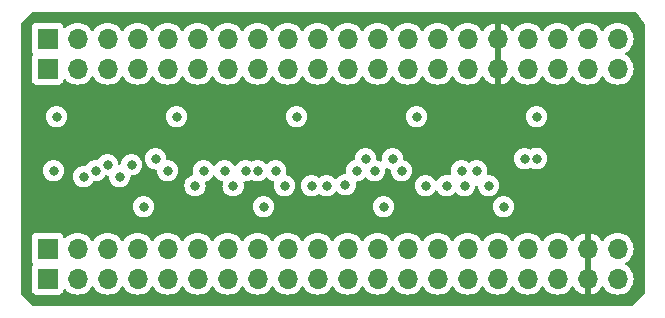
<source format=gbr>
%TF.GenerationSoftware,KiCad,Pcbnew,7.0.6*%
%TF.CreationDate,2023-07-11T11:54:07+09:00*%
%TF.ProjectId,TangNano5V,54616e67-4e61-46e6-9f35-562e6b696361,rev?*%
%TF.SameCoordinates,Original*%
%TF.FileFunction,Copper,L3,Inr*%
%TF.FilePolarity,Positive*%
%FSLAX46Y46*%
G04 Gerber Fmt 4.6, Leading zero omitted, Abs format (unit mm)*
G04 Created by KiCad (PCBNEW 7.0.6) date 2023-07-11 11:54:07*
%MOMM*%
%LPD*%
G01*
G04 APERTURE LIST*
%TA.AperFunction,ComponentPad*%
%ADD10O,1.700000X1.700000*%
%TD*%
%TA.AperFunction,ComponentPad*%
%ADD11R,1.700000X1.700000*%
%TD*%
%TA.AperFunction,ViaPad*%
%ADD12C,0.800000*%
%TD*%
G04 APERTURE END LIST*
D10*
%TO.N,PIN52*%
%TO.C,J2*%
X50800000Y-2540000D03*
%TO.N,PIN53*%
X48260000Y-2540000D03*
%TO.N,PIN71*%
X45720000Y-2540000D03*
%TO.N,PIN72*%
X43180000Y-2540000D03*
%TO.N,+3.3V*%
X40640000Y-2540000D03*
%TO.N,GND*%
X38100000Y-2540000D03*
%TO.N,PIN79*%
X35560000Y-2540000D03*
%TO.N,PIN86*%
X33020000Y-2540000D03*
%TO.N,PIN49*%
X30480000Y-2540000D03*
%TO.N,PIN55*%
X27940000Y-2540000D03*
%TO.N,PIN48*%
X25400000Y-2540000D03*
%TO.N,PIN51*%
X22860000Y-2540000D03*
%TO.N,PIN54*%
X20320000Y-2540000D03*
%TO.N,PIN56*%
X17780000Y-2540000D03*
%TO.N,PIN41*%
X15240000Y-2540000D03*
%TO.N,PIN42*%
X12700000Y-2540000D03*
%TO.N,PIN80*%
X10160000Y-2540000D03*
%TO.N,PIN76*%
X7620000Y-2540000D03*
%TO.N,GND*%
X5080000Y-2540000D03*
D11*
%TO.N,+5V*%
X2540000Y-2540000D03*
%TD*%
%TO.N,PIN73*%
%TO.C,J1*%
X2540000Y-22860000D03*
D10*
%TO.N,PIN74*%
X5080000Y-22860000D03*
%TO.N,PIN75*%
X7620000Y-22860000D03*
%TO.N,PIN85*%
X10160000Y-22860000D03*
%TO.N,PIN77*%
X12700000Y-22860000D03*
%TO.N,PIN15*%
X15240000Y-22860000D03*
%TO.N,PIN16*%
X17780000Y-22860000D03*
%TO.N,PIN27*%
X20320000Y-22860000D03*
%TO.N,PIN28*%
X22860000Y-22860000D03*
%TO.N,PIN25*%
X25400000Y-22860000D03*
%TO.N,PIN26*%
X27940000Y-22860000D03*
%TO.N,PIN29*%
X30480000Y-22860000D03*
%TO.N,PIN30*%
X33020000Y-22860000D03*
%TO.N,PIN31*%
X35560000Y-22860000D03*
%TO.N,PIN17*%
X38100000Y-22860000D03*
%TO.N,PIN20*%
X40640000Y-22860000D03*
%TO.N,PIN19*%
X43180000Y-22860000D03*
%TO.N,PIN18*%
X45720000Y-22860000D03*
%TO.N,+3.3V*%
X48260000Y-22860000D03*
%TO.N,GND*%
X50800000Y-22860000D03*
%TD*%
D11*
%TO.N,+5V*%
%TO.C,J4*%
X2540000Y-5080000D03*
D10*
%TO.N,GND*%
X5080000Y-5080000D03*
%TO.N,PIN76_H*%
X7620000Y-5080000D03*
%TO.N,PIN80_H*%
X10160000Y-5080000D03*
%TO.N,PIN42_H*%
X12700000Y-5080000D03*
%TO.N,PIN41_H*%
X15240000Y-5080000D03*
%TO.N,PIN56_H*%
X17780000Y-5080000D03*
%TO.N,PIN54_H*%
X20320000Y-5080000D03*
%TO.N,PIN51_H*%
X22860000Y-5080000D03*
%TO.N,PIN48_H*%
X25400000Y-5080000D03*
%TO.N,PIN55_H*%
X27940000Y-5080000D03*
%TO.N,PIN49_H*%
X30480000Y-5080000D03*
%TO.N,PIN86_H*%
X33020000Y-5080000D03*
%TO.N,PIN79_H*%
X35560000Y-5080000D03*
%TO.N,GND*%
X38100000Y-5080000D03*
%TO.N,+3.3V*%
X40640000Y-5080000D03*
%TO.N,PIN72_H*%
X43180000Y-5080000D03*
%TO.N,PIN71_H*%
X45720000Y-5080000D03*
%TO.N,PIN53_H*%
X48260000Y-5080000D03*
%TO.N,PIN52_H*%
X50800000Y-5080000D03*
%TD*%
D11*
%TO.N,PIN73_H*%
%TO.C,J3*%
X2540000Y-20320000D03*
D10*
%TO.N,PIN74_H*%
X5080000Y-20320000D03*
%TO.N,PIN75_H*%
X7620000Y-20320000D03*
%TO.N,PIN85_H*%
X10160000Y-20320000D03*
%TO.N,PIN77_H*%
X12700000Y-20320000D03*
%TO.N,PIN15_H*%
X15240000Y-20320000D03*
%TO.N,PIN16_H*%
X17780000Y-20320000D03*
%TO.N,PIN27_H*%
X20320000Y-20320000D03*
%TO.N,PIN28_H*%
X22860000Y-20320000D03*
%TO.N,PIN25_H*%
X25400000Y-20320000D03*
%TO.N,PIN26_H*%
X27940000Y-20320000D03*
%TO.N,PIN29_H*%
X30480000Y-20320000D03*
%TO.N,PIN30_H*%
X33020000Y-20320000D03*
%TO.N,PIN31_H*%
X35560000Y-20320000D03*
%TO.N,PIN17_H*%
X38100000Y-20320000D03*
%TO.N,PIN20_H*%
X40640000Y-20320000D03*
%TO.N,PIN19_H*%
X43180000Y-20320000D03*
%TO.N,PIN18_H*%
X45720000Y-20320000D03*
%TO.N,+3.3V*%
X48260000Y-20320000D03*
%TO.N,GND*%
X50800000Y-20320000D03*
%TD*%
D12*
%TO.N,PIN74*%
X3048000Y-13716000D03*
%TO.N,PIN75*%
X5588000Y-14224000D03*
%TO.N,PIN85*%
X6604000Y-13716000D03*
%TO.N,PIN77*%
X7620000Y-13208000D03*
%TO.N,PIN15*%
X11684000Y-12700000D03*
%TO.N,PIN16*%
X12700000Y-13716000D03*
%TO.N,PIN27*%
X15748000Y-13716000D03*
%TO.N,PIN28*%
X17526000Y-13716000D03*
%TO.N,PIN26*%
X22606000Y-14986000D03*
%TO.N,PIN25*%
X21844000Y-13716000D03*
%TO.N,PIN29*%
X24892000Y-14986000D03*
%TO.N,PIN30*%
X26162000Y-14986000D03*
%TO.N,PIN31*%
X31750000Y-12700000D03*
%TO.N,PIN17*%
X32512000Y-13716000D03*
%TO.N,PIN20*%
X34544000Y-14986000D03*
%TO.N,PIN19*%
X36322000Y-14986000D03*
%TO.N,PIN18*%
X37600598Y-13716000D03*
%TO.N,+3.3V*%
X43942000Y-11176000D03*
X33782000Y-11176000D03*
X3302000Y-11176000D03*
X13462000Y-11176000D03*
X23622000Y-11176000D03*
%TO.N,GND*%
X3302000Y-9144000D03*
X23622000Y-9144000D03*
X43942000Y-9144000D03*
X33782000Y-9144000D03*
X13462000Y-9144000D03*
X10668000Y-16764000D03*
X30988000Y-16764000D03*
X41148000Y-16764000D03*
X20828000Y-16764000D03*
%TO.N,PIN76_H*%
X8631701Y-14219701D03*
%TO.N,PIN80_H*%
X9652000Y-13208000D03*
%TO.N,PIN41_H*%
X15023500Y-14986000D03*
%TO.N,PIN56_H*%
X18250500Y-14986000D03*
%TO.N,PIN54_H*%
X19304000Y-13716000D03*
%TO.N,PIN51_H*%
X20320000Y-13716000D03*
%TO.N,PIN48_H*%
X27759149Y-14912850D03*
%TO.N,PIN55_H*%
X28702000Y-13716000D03*
%TO.N,PIN49_H*%
X29464000Y-12700000D03*
%TO.N,PIN86_H*%
X30226000Y-13716000D03*
%TO.N,PIN79_H*%
X37846000Y-14986000D03*
%TO.N,PIN72_H*%
X38862000Y-13716000D03*
%TO.N,PIN71_H*%
X39878000Y-14986000D03*
%TO.N,PIN53_H*%
X42926000Y-12700000D03*
%TO.N,PIN52_H*%
X43946299Y-12695701D03*
%TD*%
%TA.AperFunction,Conductor*%
%TO.N,+3.3V*%
G36*
X48510000Y-22424498D02*
G01*
X48402315Y-22375320D01*
X48295763Y-22360000D01*
X48224237Y-22360000D01*
X48117685Y-22375320D01*
X48010000Y-22424498D01*
X48010000Y-20755501D01*
X48117685Y-20804680D01*
X48224237Y-20820000D01*
X48295763Y-20820000D01*
X48402315Y-20804680D01*
X48510000Y-20755501D01*
X48510000Y-22424498D01*
G37*
%TD.AperFunction*%
%TA.AperFunction,Conductor*%
G36*
X40890000Y-4644498D02*
G01*
X40782315Y-4595320D01*
X40675763Y-4580000D01*
X40604237Y-4580000D01*
X40497685Y-4595320D01*
X40389999Y-4644498D01*
X40389999Y-2975501D01*
X40497685Y-3024680D01*
X40604237Y-3040000D01*
X40675763Y-3040000D01*
X40782315Y-3024680D01*
X40890000Y-2975501D01*
X40890000Y-4644498D01*
G37*
%TD.AperFunction*%
%TA.AperFunction,Conductor*%
G36*
X52329039Y-273685D02*
G01*
X52361200Y-303600D01*
X53061200Y-1236933D01*
X53085676Y-1302375D01*
X53086000Y-1311333D01*
X53086000Y-24078638D01*
X53066315Y-24145677D01*
X53049681Y-24166319D01*
X52106319Y-25109681D01*
X52044996Y-25143166D01*
X52018638Y-25146000D01*
X1321362Y-25146000D01*
X1254323Y-25126315D01*
X1233681Y-25109681D01*
X290319Y-24166319D01*
X256834Y-24104996D01*
X254000Y-24078638D01*
X254000Y-23757870D01*
X1189500Y-23757870D01*
X1189501Y-23757876D01*
X1195908Y-23817483D01*
X1246202Y-23952328D01*
X1246206Y-23952335D01*
X1332452Y-24067544D01*
X1332455Y-24067547D01*
X1447664Y-24153793D01*
X1447671Y-24153797D01*
X1582517Y-24204091D01*
X1582516Y-24204091D01*
X1589444Y-24204835D01*
X1642127Y-24210500D01*
X3437872Y-24210499D01*
X3497483Y-24204091D01*
X3632331Y-24153796D01*
X3747546Y-24067546D01*
X3833796Y-23952331D01*
X3882810Y-23820916D01*
X3924681Y-23764984D01*
X3990145Y-23740566D01*
X4058418Y-23755417D01*
X4086673Y-23776569D01*
X4208599Y-23898495D01*
X4305384Y-23966264D01*
X4402165Y-24034032D01*
X4402167Y-24034033D01*
X4402170Y-24034035D01*
X4616337Y-24133903D01*
X4844592Y-24195063D01*
X5021034Y-24210500D01*
X5079999Y-24215659D01*
X5080000Y-24215659D01*
X5080001Y-24215659D01*
X5138966Y-24210500D01*
X5315408Y-24195063D01*
X5543663Y-24133903D01*
X5757830Y-24034035D01*
X5951401Y-23898495D01*
X6118495Y-23731401D01*
X6248424Y-23545842D01*
X6303002Y-23502217D01*
X6372500Y-23495023D01*
X6434855Y-23526546D01*
X6451575Y-23545842D01*
X6581500Y-23731395D01*
X6581505Y-23731401D01*
X6748599Y-23898495D01*
X6845384Y-23966264D01*
X6942165Y-24034032D01*
X6942167Y-24034033D01*
X6942170Y-24034035D01*
X7156337Y-24133903D01*
X7384592Y-24195063D01*
X7561034Y-24210500D01*
X7619999Y-24215659D01*
X7620000Y-24215659D01*
X7620001Y-24215659D01*
X7678966Y-24210500D01*
X7855408Y-24195063D01*
X8083663Y-24133903D01*
X8297830Y-24034035D01*
X8491401Y-23898495D01*
X8658495Y-23731401D01*
X8788424Y-23545842D01*
X8843002Y-23502217D01*
X8912500Y-23495023D01*
X8974855Y-23526546D01*
X8991575Y-23545842D01*
X9121500Y-23731395D01*
X9121505Y-23731401D01*
X9288599Y-23898495D01*
X9385384Y-23966264D01*
X9482165Y-24034032D01*
X9482167Y-24034033D01*
X9482170Y-24034035D01*
X9696337Y-24133903D01*
X9924592Y-24195063D01*
X10101034Y-24210500D01*
X10159999Y-24215659D01*
X10160000Y-24215659D01*
X10160001Y-24215659D01*
X10218966Y-24210500D01*
X10395408Y-24195063D01*
X10623663Y-24133903D01*
X10837830Y-24034035D01*
X11031401Y-23898495D01*
X11198495Y-23731401D01*
X11328424Y-23545842D01*
X11383002Y-23502217D01*
X11452500Y-23495023D01*
X11514855Y-23526546D01*
X11531575Y-23545842D01*
X11661500Y-23731395D01*
X11661505Y-23731401D01*
X11828599Y-23898495D01*
X11925384Y-23966264D01*
X12022165Y-24034032D01*
X12022167Y-24034033D01*
X12022170Y-24034035D01*
X12236337Y-24133903D01*
X12464592Y-24195063D01*
X12641034Y-24210500D01*
X12699999Y-24215659D01*
X12700000Y-24215659D01*
X12700001Y-24215659D01*
X12758966Y-24210500D01*
X12935408Y-24195063D01*
X13163663Y-24133903D01*
X13377830Y-24034035D01*
X13571401Y-23898495D01*
X13738495Y-23731401D01*
X13868424Y-23545842D01*
X13923002Y-23502217D01*
X13992500Y-23495023D01*
X14054855Y-23526546D01*
X14071575Y-23545842D01*
X14201500Y-23731395D01*
X14201505Y-23731401D01*
X14368599Y-23898495D01*
X14465384Y-23966264D01*
X14562165Y-24034032D01*
X14562167Y-24034033D01*
X14562170Y-24034035D01*
X14776337Y-24133903D01*
X15004592Y-24195063D01*
X15181034Y-24210500D01*
X15239999Y-24215659D01*
X15240000Y-24215659D01*
X15240001Y-24215659D01*
X15298966Y-24210500D01*
X15475408Y-24195063D01*
X15703663Y-24133903D01*
X15917830Y-24034035D01*
X16111401Y-23898495D01*
X16278495Y-23731401D01*
X16408424Y-23545842D01*
X16463002Y-23502217D01*
X16532500Y-23495023D01*
X16594855Y-23526546D01*
X16611575Y-23545842D01*
X16741500Y-23731395D01*
X16741505Y-23731401D01*
X16908599Y-23898495D01*
X17005384Y-23966264D01*
X17102165Y-24034032D01*
X17102167Y-24034033D01*
X17102170Y-24034035D01*
X17316337Y-24133903D01*
X17544592Y-24195063D01*
X17721034Y-24210500D01*
X17779999Y-24215659D01*
X17780000Y-24215659D01*
X17780001Y-24215659D01*
X17838966Y-24210500D01*
X18015408Y-24195063D01*
X18243663Y-24133903D01*
X18457830Y-24034035D01*
X18651401Y-23898495D01*
X18818495Y-23731401D01*
X18948424Y-23545842D01*
X19003002Y-23502217D01*
X19072500Y-23495023D01*
X19134855Y-23526546D01*
X19151575Y-23545842D01*
X19281500Y-23731395D01*
X19281505Y-23731401D01*
X19448599Y-23898495D01*
X19545384Y-23966264D01*
X19642165Y-24034032D01*
X19642167Y-24034033D01*
X19642170Y-24034035D01*
X19856337Y-24133903D01*
X20084592Y-24195063D01*
X20261034Y-24210500D01*
X20319999Y-24215659D01*
X20320000Y-24215659D01*
X20320001Y-24215659D01*
X20378966Y-24210500D01*
X20555408Y-24195063D01*
X20783663Y-24133903D01*
X20997830Y-24034035D01*
X21191401Y-23898495D01*
X21358495Y-23731401D01*
X21488424Y-23545842D01*
X21543002Y-23502217D01*
X21612500Y-23495023D01*
X21674855Y-23526546D01*
X21691575Y-23545842D01*
X21821500Y-23731395D01*
X21821505Y-23731401D01*
X21988599Y-23898495D01*
X22085384Y-23966264D01*
X22182165Y-24034032D01*
X22182167Y-24034033D01*
X22182170Y-24034035D01*
X22396337Y-24133903D01*
X22624592Y-24195063D01*
X22801034Y-24210500D01*
X22859999Y-24215659D01*
X22860000Y-24215659D01*
X22860001Y-24215659D01*
X22918966Y-24210500D01*
X23095408Y-24195063D01*
X23323663Y-24133903D01*
X23537830Y-24034035D01*
X23731401Y-23898495D01*
X23898495Y-23731401D01*
X24028424Y-23545842D01*
X24083002Y-23502217D01*
X24152500Y-23495023D01*
X24214855Y-23526546D01*
X24231575Y-23545842D01*
X24361500Y-23731395D01*
X24361505Y-23731401D01*
X24528599Y-23898495D01*
X24625384Y-23966264D01*
X24722165Y-24034032D01*
X24722167Y-24034033D01*
X24722170Y-24034035D01*
X24936337Y-24133903D01*
X25164592Y-24195063D01*
X25341034Y-24210500D01*
X25399999Y-24215659D01*
X25400000Y-24215659D01*
X25400001Y-24215659D01*
X25458966Y-24210500D01*
X25635408Y-24195063D01*
X25863663Y-24133903D01*
X26077830Y-24034035D01*
X26271401Y-23898495D01*
X26438495Y-23731401D01*
X26568424Y-23545842D01*
X26623002Y-23502217D01*
X26692500Y-23495023D01*
X26754855Y-23526546D01*
X26771575Y-23545842D01*
X26901500Y-23731395D01*
X26901505Y-23731401D01*
X27068599Y-23898495D01*
X27165384Y-23966265D01*
X27262165Y-24034032D01*
X27262167Y-24034033D01*
X27262170Y-24034035D01*
X27476337Y-24133903D01*
X27704592Y-24195063D01*
X27881034Y-24210500D01*
X27939999Y-24215659D01*
X27940000Y-24215659D01*
X27940001Y-24215659D01*
X27998966Y-24210500D01*
X28175408Y-24195063D01*
X28403663Y-24133903D01*
X28617830Y-24034035D01*
X28811401Y-23898495D01*
X28978495Y-23731401D01*
X29108424Y-23545842D01*
X29163002Y-23502217D01*
X29232500Y-23495023D01*
X29294855Y-23526546D01*
X29311575Y-23545842D01*
X29441500Y-23731395D01*
X29441505Y-23731401D01*
X29608599Y-23898495D01*
X29705384Y-23966265D01*
X29802165Y-24034032D01*
X29802167Y-24034033D01*
X29802170Y-24034035D01*
X30016337Y-24133903D01*
X30244592Y-24195063D01*
X30421034Y-24210500D01*
X30479999Y-24215659D01*
X30480000Y-24215659D01*
X30480001Y-24215659D01*
X30538966Y-24210500D01*
X30715408Y-24195063D01*
X30943663Y-24133903D01*
X31157830Y-24034035D01*
X31351401Y-23898495D01*
X31518495Y-23731401D01*
X31648424Y-23545842D01*
X31703002Y-23502217D01*
X31772500Y-23495023D01*
X31834855Y-23526546D01*
X31851575Y-23545842D01*
X31981500Y-23731395D01*
X31981505Y-23731401D01*
X32148599Y-23898495D01*
X32245384Y-23966265D01*
X32342165Y-24034032D01*
X32342167Y-24034033D01*
X32342170Y-24034035D01*
X32556337Y-24133903D01*
X32784592Y-24195063D01*
X32961034Y-24210500D01*
X33019999Y-24215659D01*
X33020000Y-24215659D01*
X33020001Y-24215659D01*
X33078966Y-24210500D01*
X33255408Y-24195063D01*
X33483663Y-24133903D01*
X33697830Y-24034035D01*
X33891401Y-23898495D01*
X34058495Y-23731401D01*
X34188424Y-23545842D01*
X34243002Y-23502217D01*
X34312500Y-23495023D01*
X34374855Y-23526546D01*
X34391575Y-23545842D01*
X34521500Y-23731395D01*
X34521505Y-23731401D01*
X34688599Y-23898495D01*
X34785384Y-23966265D01*
X34882165Y-24034032D01*
X34882167Y-24034033D01*
X34882170Y-24034035D01*
X35096337Y-24133903D01*
X35324592Y-24195063D01*
X35501034Y-24210500D01*
X35559999Y-24215659D01*
X35560000Y-24215659D01*
X35560001Y-24215659D01*
X35618966Y-24210500D01*
X35795408Y-24195063D01*
X36023663Y-24133903D01*
X36237830Y-24034035D01*
X36431401Y-23898495D01*
X36598495Y-23731401D01*
X36728424Y-23545842D01*
X36783002Y-23502217D01*
X36852500Y-23495023D01*
X36914855Y-23526546D01*
X36931575Y-23545842D01*
X37061500Y-23731395D01*
X37061505Y-23731401D01*
X37228599Y-23898495D01*
X37325384Y-23966265D01*
X37422165Y-24034032D01*
X37422167Y-24034033D01*
X37422170Y-24034035D01*
X37636337Y-24133903D01*
X37864592Y-24195063D01*
X38041034Y-24210500D01*
X38099999Y-24215659D01*
X38100000Y-24215659D01*
X38100001Y-24215659D01*
X38158966Y-24210500D01*
X38335408Y-24195063D01*
X38563663Y-24133903D01*
X38777830Y-24034035D01*
X38971401Y-23898495D01*
X39138495Y-23731401D01*
X39268424Y-23545842D01*
X39323002Y-23502217D01*
X39392500Y-23495023D01*
X39454855Y-23526546D01*
X39471575Y-23545842D01*
X39601500Y-23731395D01*
X39601505Y-23731401D01*
X39768599Y-23898495D01*
X39865384Y-23966265D01*
X39962165Y-24034032D01*
X39962167Y-24034033D01*
X39962170Y-24034035D01*
X40176337Y-24133903D01*
X40404592Y-24195063D01*
X40581034Y-24210500D01*
X40639999Y-24215659D01*
X40640000Y-24215659D01*
X40640001Y-24215659D01*
X40698966Y-24210500D01*
X40875408Y-24195063D01*
X41103663Y-24133903D01*
X41317830Y-24034035D01*
X41511401Y-23898495D01*
X41678495Y-23731401D01*
X41808424Y-23545842D01*
X41863002Y-23502217D01*
X41932500Y-23495023D01*
X41994855Y-23526546D01*
X42011575Y-23545842D01*
X42141500Y-23731395D01*
X42141505Y-23731401D01*
X42308599Y-23898495D01*
X42405384Y-23966264D01*
X42502165Y-24034032D01*
X42502167Y-24034033D01*
X42502170Y-24034035D01*
X42716337Y-24133903D01*
X42944592Y-24195063D01*
X43121034Y-24210500D01*
X43179999Y-24215659D01*
X43180000Y-24215659D01*
X43180001Y-24215659D01*
X43238966Y-24210500D01*
X43415408Y-24195063D01*
X43643663Y-24133903D01*
X43857830Y-24034035D01*
X44051401Y-23898495D01*
X44218495Y-23731401D01*
X44348424Y-23545842D01*
X44403002Y-23502217D01*
X44472500Y-23495023D01*
X44534855Y-23526546D01*
X44551575Y-23545842D01*
X44681500Y-23731395D01*
X44681505Y-23731401D01*
X44848599Y-23898495D01*
X44945384Y-23966264D01*
X45042165Y-24034032D01*
X45042167Y-24034033D01*
X45042170Y-24034035D01*
X45256337Y-24133903D01*
X45484592Y-24195063D01*
X45661034Y-24210500D01*
X45719999Y-24215659D01*
X45720000Y-24215659D01*
X45720001Y-24215659D01*
X45778966Y-24210500D01*
X45955408Y-24195063D01*
X46183663Y-24133903D01*
X46397830Y-24034035D01*
X46591401Y-23898495D01*
X46758495Y-23731401D01*
X46888730Y-23545405D01*
X46943307Y-23501781D01*
X47012805Y-23494587D01*
X47075160Y-23526110D01*
X47091879Y-23545405D01*
X47221890Y-23731078D01*
X47388917Y-23898105D01*
X47582421Y-24033600D01*
X47796507Y-24133429D01*
X47796516Y-24133433D01*
X48010000Y-24190634D01*
X48010000Y-23295501D01*
X48117685Y-23344680D01*
X48224237Y-23360000D01*
X48295763Y-23360000D01*
X48402315Y-23344680D01*
X48510000Y-23295501D01*
X48510000Y-24190633D01*
X48723483Y-24133433D01*
X48723492Y-24133429D01*
X48937578Y-24033600D01*
X49131082Y-23898105D01*
X49298105Y-23731082D01*
X49428119Y-23545405D01*
X49482696Y-23501781D01*
X49552195Y-23494588D01*
X49614549Y-23526110D01*
X49631269Y-23545405D01*
X49761505Y-23731401D01*
X49928599Y-23898495D01*
X50025384Y-23966264D01*
X50122165Y-24034032D01*
X50122167Y-24034033D01*
X50122170Y-24034035D01*
X50336337Y-24133903D01*
X50564592Y-24195063D01*
X50741034Y-24210500D01*
X50799999Y-24215659D01*
X50800000Y-24215659D01*
X50800001Y-24215659D01*
X50858966Y-24210500D01*
X51035408Y-24195063D01*
X51263663Y-24133903D01*
X51477830Y-24034035D01*
X51671401Y-23898495D01*
X51838495Y-23731401D01*
X51974035Y-23537830D01*
X52073903Y-23323663D01*
X52135063Y-23095408D01*
X52155659Y-22860000D01*
X52135063Y-22624592D01*
X52073903Y-22396337D01*
X51974035Y-22182171D01*
X51968731Y-22174595D01*
X51838494Y-21988597D01*
X51671402Y-21821506D01*
X51671396Y-21821501D01*
X51485842Y-21691575D01*
X51442217Y-21636998D01*
X51435023Y-21567500D01*
X51466546Y-21505145D01*
X51485842Y-21488425D01*
X51594515Y-21412331D01*
X51671401Y-21358495D01*
X51838495Y-21191401D01*
X51974035Y-20997830D01*
X52073903Y-20783663D01*
X52135063Y-20555408D01*
X52155659Y-20320000D01*
X52135063Y-20084592D01*
X52073903Y-19856337D01*
X51974035Y-19642171D01*
X51968731Y-19634595D01*
X51838494Y-19448597D01*
X51671402Y-19281506D01*
X51671395Y-19281501D01*
X51477834Y-19145967D01*
X51477830Y-19145965D01*
X51477828Y-19145964D01*
X51263663Y-19046097D01*
X51263659Y-19046096D01*
X51263655Y-19046094D01*
X51035413Y-18984938D01*
X51035403Y-18984936D01*
X50800001Y-18964341D01*
X50799999Y-18964341D01*
X50564596Y-18984936D01*
X50564586Y-18984938D01*
X50336344Y-19046094D01*
X50336335Y-19046098D01*
X50122171Y-19145964D01*
X50122169Y-19145965D01*
X49928597Y-19281505D01*
X49761508Y-19448594D01*
X49631269Y-19634595D01*
X49576692Y-19678219D01*
X49507193Y-19685412D01*
X49444839Y-19653890D01*
X49428119Y-19634594D01*
X49298113Y-19448926D01*
X49298108Y-19448920D01*
X49131082Y-19281894D01*
X48937578Y-19146399D01*
X48723492Y-19046570D01*
X48723486Y-19046567D01*
X48510000Y-18989364D01*
X48510000Y-19884498D01*
X48402315Y-19835320D01*
X48295763Y-19820000D01*
X48224237Y-19820000D01*
X48117685Y-19835320D01*
X48010000Y-19884498D01*
X48010000Y-18989364D01*
X48009999Y-18989364D01*
X47796513Y-19046567D01*
X47796507Y-19046570D01*
X47582422Y-19146399D01*
X47582420Y-19146400D01*
X47388926Y-19281886D01*
X47388920Y-19281891D01*
X47221891Y-19448920D01*
X47221890Y-19448922D01*
X47091880Y-19634595D01*
X47037303Y-19678219D01*
X46967804Y-19685412D01*
X46905450Y-19653890D01*
X46888730Y-19634594D01*
X46758494Y-19448597D01*
X46591402Y-19281506D01*
X46591395Y-19281501D01*
X46397834Y-19145967D01*
X46397830Y-19145965D01*
X46397828Y-19145964D01*
X46183663Y-19046097D01*
X46183659Y-19046096D01*
X46183655Y-19046094D01*
X45955413Y-18984938D01*
X45955403Y-18984936D01*
X45720001Y-18964341D01*
X45719999Y-18964341D01*
X45484596Y-18984936D01*
X45484586Y-18984938D01*
X45256344Y-19046094D01*
X45256335Y-19046098D01*
X45042171Y-19145964D01*
X45042169Y-19145965D01*
X44848597Y-19281505D01*
X44681505Y-19448597D01*
X44551575Y-19634158D01*
X44496998Y-19677783D01*
X44427500Y-19684977D01*
X44365145Y-19653454D01*
X44348425Y-19634158D01*
X44218494Y-19448597D01*
X44051402Y-19281506D01*
X44051395Y-19281501D01*
X43857834Y-19145967D01*
X43857830Y-19145965D01*
X43857828Y-19145964D01*
X43643663Y-19046097D01*
X43643659Y-19046096D01*
X43643655Y-19046094D01*
X43415413Y-18984938D01*
X43415403Y-18984936D01*
X43180001Y-18964341D01*
X43179999Y-18964341D01*
X42944596Y-18984936D01*
X42944586Y-18984938D01*
X42716344Y-19046094D01*
X42716335Y-19046098D01*
X42502171Y-19145964D01*
X42502169Y-19145965D01*
X42308597Y-19281505D01*
X42141505Y-19448597D01*
X42011575Y-19634158D01*
X41956998Y-19677783D01*
X41887500Y-19684977D01*
X41825145Y-19653454D01*
X41808425Y-19634158D01*
X41678494Y-19448597D01*
X41511402Y-19281506D01*
X41511395Y-19281501D01*
X41317834Y-19145967D01*
X41317830Y-19145965D01*
X41317828Y-19145964D01*
X41103663Y-19046097D01*
X41103659Y-19046096D01*
X41103655Y-19046094D01*
X40875413Y-18984938D01*
X40875403Y-18984936D01*
X40640001Y-18964341D01*
X40639999Y-18964341D01*
X40404596Y-18984936D01*
X40404586Y-18984938D01*
X40176344Y-19046094D01*
X40176335Y-19046098D01*
X39962171Y-19145964D01*
X39962169Y-19145965D01*
X39768597Y-19281505D01*
X39601505Y-19448597D01*
X39471575Y-19634158D01*
X39416998Y-19677783D01*
X39347500Y-19684977D01*
X39285145Y-19653454D01*
X39268425Y-19634158D01*
X39138494Y-19448597D01*
X38971402Y-19281506D01*
X38971395Y-19281501D01*
X38777834Y-19145967D01*
X38777830Y-19145965D01*
X38777828Y-19145964D01*
X38563663Y-19046097D01*
X38563659Y-19046096D01*
X38563655Y-19046094D01*
X38335413Y-18984938D01*
X38335403Y-18984936D01*
X38100001Y-18964341D01*
X38099999Y-18964341D01*
X37864596Y-18984936D01*
X37864586Y-18984938D01*
X37636344Y-19046094D01*
X37636335Y-19046098D01*
X37422171Y-19145964D01*
X37422169Y-19145965D01*
X37228597Y-19281505D01*
X37061505Y-19448597D01*
X36931575Y-19634158D01*
X36876998Y-19677783D01*
X36807500Y-19684977D01*
X36745145Y-19653454D01*
X36728425Y-19634158D01*
X36598494Y-19448597D01*
X36431402Y-19281506D01*
X36431395Y-19281501D01*
X36237834Y-19145967D01*
X36237830Y-19145965D01*
X36237828Y-19145964D01*
X36023663Y-19046097D01*
X36023659Y-19046096D01*
X36023655Y-19046094D01*
X35795413Y-18984938D01*
X35795403Y-18984936D01*
X35560001Y-18964341D01*
X35559999Y-18964341D01*
X35324596Y-18984936D01*
X35324586Y-18984938D01*
X35096344Y-19046094D01*
X35096335Y-19046098D01*
X34882171Y-19145964D01*
X34882169Y-19145965D01*
X34688597Y-19281505D01*
X34521505Y-19448597D01*
X34391575Y-19634158D01*
X34336998Y-19677783D01*
X34267500Y-19684977D01*
X34205145Y-19653454D01*
X34188425Y-19634158D01*
X34058494Y-19448597D01*
X33891402Y-19281506D01*
X33891395Y-19281501D01*
X33697834Y-19145967D01*
X33697830Y-19145965D01*
X33697828Y-19145964D01*
X33483663Y-19046097D01*
X33483659Y-19046096D01*
X33483655Y-19046094D01*
X33255413Y-18984938D01*
X33255403Y-18984936D01*
X33020001Y-18964341D01*
X33019999Y-18964341D01*
X32784596Y-18984936D01*
X32784586Y-18984938D01*
X32556344Y-19046094D01*
X32556335Y-19046098D01*
X32342171Y-19145964D01*
X32342169Y-19145965D01*
X32148597Y-19281505D01*
X31981505Y-19448597D01*
X31851575Y-19634158D01*
X31796998Y-19677783D01*
X31727500Y-19684977D01*
X31665145Y-19653454D01*
X31648425Y-19634158D01*
X31518494Y-19448597D01*
X31351402Y-19281506D01*
X31351395Y-19281501D01*
X31157834Y-19145967D01*
X31157830Y-19145965D01*
X31157828Y-19145964D01*
X30943663Y-19046097D01*
X30943659Y-19046096D01*
X30943655Y-19046094D01*
X30715413Y-18984938D01*
X30715403Y-18984936D01*
X30480001Y-18964341D01*
X30479999Y-18964341D01*
X30244596Y-18984936D01*
X30244586Y-18984938D01*
X30016344Y-19046094D01*
X30016335Y-19046098D01*
X29802171Y-19145964D01*
X29802169Y-19145965D01*
X29608597Y-19281505D01*
X29441508Y-19448594D01*
X29311574Y-19634159D01*
X29256997Y-19677784D01*
X29187498Y-19684976D01*
X29125144Y-19653454D01*
X29108424Y-19634158D01*
X28978494Y-19448597D01*
X28811402Y-19281506D01*
X28811395Y-19281501D01*
X28617834Y-19145967D01*
X28617830Y-19145965D01*
X28617828Y-19145964D01*
X28403663Y-19046097D01*
X28403659Y-19046096D01*
X28403655Y-19046094D01*
X28175413Y-18984938D01*
X28175403Y-18984936D01*
X27940001Y-18964341D01*
X27939999Y-18964341D01*
X27704596Y-18984936D01*
X27704586Y-18984938D01*
X27476344Y-19046094D01*
X27476335Y-19046098D01*
X27262171Y-19145964D01*
X27262169Y-19145965D01*
X27068597Y-19281505D01*
X26901505Y-19448597D01*
X26771575Y-19634158D01*
X26716998Y-19677783D01*
X26647500Y-19684977D01*
X26585145Y-19653454D01*
X26568425Y-19634158D01*
X26438494Y-19448597D01*
X26271402Y-19281506D01*
X26271395Y-19281501D01*
X26077834Y-19145967D01*
X26077830Y-19145965D01*
X26077830Y-19145964D01*
X25863663Y-19046097D01*
X25863659Y-19046096D01*
X25863655Y-19046094D01*
X25635413Y-18984938D01*
X25635403Y-18984936D01*
X25400001Y-18964341D01*
X25399999Y-18964341D01*
X25164596Y-18984936D01*
X25164586Y-18984938D01*
X24936344Y-19046094D01*
X24936335Y-19046098D01*
X24722171Y-19145964D01*
X24722169Y-19145965D01*
X24528597Y-19281505D01*
X24361505Y-19448597D01*
X24231575Y-19634158D01*
X24176998Y-19677783D01*
X24107500Y-19684977D01*
X24045145Y-19653454D01*
X24028425Y-19634158D01*
X23898494Y-19448597D01*
X23731402Y-19281506D01*
X23731395Y-19281501D01*
X23537834Y-19145967D01*
X23537830Y-19145965D01*
X23537829Y-19145964D01*
X23323663Y-19046097D01*
X23323659Y-19046096D01*
X23323655Y-19046094D01*
X23095413Y-18984938D01*
X23095403Y-18984936D01*
X22860001Y-18964341D01*
X22859999Y-18964341D01*
X22624596Y-18984936D01*
X22624586Y-18984938D01*
X22396344Y-19046094D01*
X22396335Y-19046098D01*
X22182171Y-19145964D01*
X22182169Y-19145965D01*
X21988597Y-19281505D01*
X21821505Y-19448597D01*
X21691575Y-19634158D01*
X21636998Y-19677783D01*
X21567500Y-19684977D01*
X21505145Y-19653454D01*
X21488425Y-19634158D01*
X21358494Y-19448597D01*
X21191402Y-19281506D01*
X21191395Y-19281501D01*
X20997834Y-19145967D01*
X20997830Y-19145965D01*
X20997830Y-19145964D01*
X20783663Y-19046097D01*
X20783659Y-19046096D01*
X20783655Y-19046094D01*
X20555413Y-18984938D01*
X20555403Y-18984936D01*
X20320001Y-18964341D01*
X20319999Y-18964341D01*
X20084596Y-18984936D01*
X20084586Y-18984938D01*
X19856344Y-19046094D01*
X19856335Y-19046098D01*
X19642171Y-19145964D01*
X19642169Y-19145965D01*
X19448597Y-19281505D01*
X19281505Y-19448597D01*
X19151575Y-19634158D01*
X19096998Y-19677783D01*
X19027500Y-19684977D01*
X18965145Y-19653454D01*
X18948425Y-19634158D01*
X18818494Y-19448597D01*
X18651402Y-19281506D01*
X18651395Y-19281501D01*
X18457834Y-19145967D01*
X18457830Y-19145965D01*
X18457829Y-19145964D01*
X18243663Y-19046097D01*
X18243659Y-19046096D01*
X18243655Y-19046094D01*
X18015413Y-18984938D01*
X18015403Y-18984936D01*
X17780001Y-18964341D01*
X17779999Y-18964341D01*
X17544596Y-18984936D01*
X17544586Y-18984938D01*
X17316344Y-19046094D01*
X17316335Y-19046098D01*
X17102171Y-19145964D01*
X17102169Y-19145965D01*
X16908597Y-19281505D01*
X16741505Y-19448597D01*
X16611575Y-19634158D01*
X16556998Y-19677783D01*
X16487500Y-19684977D01*
X16425145Y-19653454D01*
X16408425Y-19634158D01*
X16278494Y-19448597D01*
X16111402Y-19281506D01*
X16111395Y-19281501D01*
X15917834Y-19145967D01*
X15917830Y-19145965D01*
X15917830Y-19145964D01*
X15703663Y-19046097D01*
X15703659Y-19046096D01*
X15703655Y-19046094D01*
X15475413Y-18984938D01*
X15475403Y-18984936D01*
X15240001Y-18964341D01*
X15239999Y-18964341D01*
X15004596Y-18984936D01*
X15004586Y-18984938D01*
X14776344Y-19046094D01*
X14776335Y-19046098D01*
X14562171Y-19145964D01*
X14562169Y-19145965D01*
X14368597Y-19281505D01*
X14201508Y-19448594D01*
X14071574Y-19634159D01*
X14016997Y-19677784D01*
X13947498Y-19684976D01*
X13885144Y-19653454D01*
X13868424Y-19634158D01*
X13738494Y-19448597D01*
X13571402Y-19281506D01*
X13571395Y-19281501D01*
X13377834Y-19145967D01*
X13377830Y-19145965D01*
X13377830Y-19145964D01*
X13163663Y-19046097D01*
X13163659Y-19046096D01*
X13163655Y-19046094D01*
X12935413Y-18984938D01*
X12935403Y-18984936D01*
X12700001Y-18964341D01*
X12699999Y-18964341D01*
X12464596Y-18984936D01*
X12464586Y-18984938D01*
X12236344Y-19046094D01*
X12236335Y-19046098D01*
X12022171Y-19145964D01*
X12022169Y-19145965D01*
X11828597Y-19281505D01*
X11661505Y-19448597D01*
X11531575Y-19634158D01*
X11476998Y-19677783D01*
X11407500Y-19684977D01*
X11345145Y-19653454D01*
X11328425Y-19634158D01*
X11198494Y-19448597D01*
X11031402Y-19281506D01*
X11031395Y-19281501D01*
X10837834Y-19145967D01*
X10837830Y-19145965D01*
X10837829Y-19145964D01*
X10623663Y-19046097D01*
X10623659Y-19046096D01*
X10623655Y-19046094D01*
X10395413Y-18984938D01*
X10395403Y-18984936D01*
X10160001Y-18964341D01*
X10159999Y-18964341D01*
X9924596Y-18984936D01*
X9924586Y-18984938D01*
X9696344Y-19046094D01*
X9696335Y-19046098D01*
X9482171Y-19145964D01*
X9482169Y-19145965D01*
X9288597Y-19281505D01*
X9121508Y-19448594D01*
X8991574Y-19634159D01*
X8936997Y-19677784D01*
X8867498Y-19684976D01*
X8805144Y-19653454D01*
X8788424Y-19634158D01*
X8658494Y-19448597D01*
X8491402Y-19281506D01*
X8491395Y-19281501D01*
X8297834Y-19145967D01*
X8297830Y-19145965D01*
X8297829Y-19145964D01*
X8083663Y-19046097D01*
X8083659Y-19046096D01*
X8083655Y-19046094D01*
X7855413Y-18984938D01*
X7855403Y-18984936D01*
X7620001Y-18964341D01*
X7619999Y-18964341D01*
X7384596Y-18984936D01*
X7384586Y-18984938D01*
X7156344Y-19046094D01*
X7156335Y-19046098D01*
X6942171Y-19145964D01*
X6942169Y-19145965D01*
X6748597Y-19281505D01*
X6581505Y-19448597D01*
X6451575Y-19634158D01*
X6396998Y-19677783D01*
X6327500Y-19684977D01*
X6265145Y-19653454D01*
X6248425Y-19634158D01*
X6118494Y-19448597D01*
X5951402Y-19281506D01*
X5951395Y-19281501D01*
X5757834Y-19145967D01*
X5757830Y-19145965D01*
X5757830Y-19145964D01*
X5543663Y-19046097D01*
X5543659Y-19046096D01*
X5543655Y-19046094D01*
X5315413Y-18984938D01*
X5315403Y-18984936D01*
X5080001Y-18964341D01*
X5079999Y-18964341D01*
X4844596Y-18984936D01*
X4844586Y-18984938D01*
X4616344Y-19046094D01*
X4616335Y-19046098D01*
X4402171Y-19145964D01*
X4402169Y-19145965D01*
X4208600Y-19281503D01*
X4086673Y-19403430D01*
X4025350Y-19436914D01*
X3955658Y-19431930D01*
X3899725Y-19390058D01*
X3882810Y-19359081D01*
X3833797Y-19227671D01*
X3833793Y-19227664D01*
X3747547Y-19112455D01*
X3747544Y-19112452D01*
X3632335Y-19026206D01*
X3632328Y-19026202D01*
X3497482Y-18975908D01*
X3497483Y-18975908D01*
X3437883Y-18969501D01*
X3437881Y-18969500D01*
X3437873Y-18969500D01*
X3437864Y-18969500D01*
X1642129Y-18969500D01*
X1642123Y-18969501D01*
X1582516Y-18975908D01*
X1447671Y-19026202D01*
X1447664Y-19026206D01*
X1332455Y-19112452D01*
X1332452Y-19112455D01*
X1246206Y-19227664D01*
X1246202Y-19227671D01*
X1195908Y-19362517D01*
X1189501Y-19422116D01*
X1189500Y-19422135D01*
X1189500Y-21217870D01*
X1189501Y-21217876D01*
X1195908Y-21277483D01*
X1246202Y-21412328D01*
X1246203Y-21412330D01*
X1323578Y-21515689D01*
X1347995Y-21581153D01*
X1333144Y-21649426D01*
X1323578Y-21664311D01*
X1246203Y-21767669D01*
X1246202Y-21767671D01*
X1195908Y-21902517D01*
X1189501Y-21962116D01*
X1189500Y-21962135D01*
X1189500Y-23757870D01*
X254000Y-23757870D01*
X254000Y-16764000D01*
X9762540Y-16764000D01*
X9782326Y-16952256D01*
X9782327Y-16952259D01*
X9840818Y-17132277D01*
X9840821Y-17132284D01*
X9935467Y-17296216D01*
X10062129Y-17436888D01*
X10215265Y-17548148D01*
X10215270Y-17548151D01*
X10388192Y-17625142D01*
X10388197Y-17625144D01*
X10573354Y-17664500D01*
X10573355Y-17664500D01*
X10762644Y-17664500D01*
X10762646Y-17664500D01*
X10947803Y-17625144D01*
X11120730Y-17548151D01*
X11273871Y-17436888D01*
X11400533Y-17296216D01*
X11495179Y-17132284D01*
X11553674Y-16952256D01*
X11573460Y-16764000D01*
X19922540Y-16764000D01*
X19942326Y-16952256D01*
X19942327Y-16952259D01*
X20000818Y-17132277D01*
X20000821Y-17132284D01*
X20095467Y-17296216D01*
X20222129Y-17436888D01*
X20375265Y-17548148D01*
X20375270Y-17548151D01*
X20548192Y-17625142D01*
X20548197Y-17625144D01*
X20733354Y-17664500D01*
X20733355Y-17664500D01*
X20922644Y-17664500D01*
X20922646Y-17664500D01*
X21107803Y-17625144D01*
X21280730Y-17548151D01*
X21433871Y-17436888D01*
X21560533Y-17296216D01*
X21655179Y-17132284D01*
X21713674Y-16952256D01*
X21733460Y-16764000D01*
X30082540Y-16764000D01*
X30102326Y-16952256D01*
X30102327Y-16952259D01*
X30160818Y-17132277D01*
X30160821Y-17132284D01*
X30255467Y-17296216D01*
X30382129Y-17436887D01*
X30382129Y-17436888D01*
X30535265Y-17548148D01*
X30535270Y-17548151D01*
X30708192Y-17625142D01*
X30708197Y-17625144D01*
X30893354Y-17664500D01*
X30893355Y-17664500D01*
X31082644Y-17664500D01*
X31082646Y-17664500D01*
X31267803Y-17625144D01*
X31440730Y-17548151D01*
X31593871Y-17436888D01*
X31720533Y-17296216D01*
X31815179Y-17132284D01*
X31873674Y-16952256D01*
X31893460Y-16764000D01*
X40242540Y-16764000D01*
X40262326Y-16952256D01*
X40262327Y-16952259D01*
X40320818Y-17132277D01*
X40320821Y-17132284D01*
X40415467Y-17296216D01*
X40542128Y-17436887D01*
X40542129Y-17436888D01*
X40695265Y-17548148D01*
X40695270Y-17548151D01*
X40868192Y-17625142D01*
X40868197Y-17625144D01*
X41053354Y-17664500D01*
X41053355Y-17664500D01*
X41242644Y-17664500D01*
X41242646Y-17664500D01*
X41427803Y-17625144D01*
X41600730Y-17548151D01*
X41753871Y-17436888D01*
X41880533Y-17296216D01*
X41975179Y-17132284D01*
X42033674Y-16952256D01*
X42053460Y-16764000D01*
X42033674Y-16575744D01*
X41975179Y-16395716D01*
X41880533Y-16231784D01*
X41753871Y-16091112D01*
X41753870Y-16091111D01*
X41600734Y-15979851D01*
X41600729Y-15979848D01*
X41427807Y-15902857D01*
X41427802Y-15902855D01*
X41282001Y-15871865D01*
X41242646Y-15863500D01*
X41053354Y-15863500D01*
X41020897Y-15870398D01*
X40868197Y-15902855D01*
X40868192Y-15902857D01*
X40695270Y-15979848D01*
X40695265Y-15979851D01*
X40542129Y-16091111D01*
X40415466Y-16231785D01*
X40320821Y-16395715D01*
X40320818Y-16395722D01*
X40262327Y-16575740D01*
X40262326Y-16575744D01*
X40242540Y-16764000D01*
X31893460Y-16764000D01*
X31873674Y-16575744D01*
X31815179Y-16395716D01*
X31720533Y-16231784D01*
X31593871Y-16091112D01*
X31593870Y-16091111D01*
X31440734Y-15979851D01*
X31440729Y-15979848D01*
X31267807Y-15902857D01*
X31267802Y-15902855D01*
X31122000Y-15871865D01*
X31082646Y-15863500D01*
X30893354Y-15863500D01*
X30860897Y-15870398D01*
X30708197Y-15902855D01*
X30708192Y-15902857D01*
X30535270Y-15979848D01*
X30535265Y-15979851D01*
X30382129Y-16091111D01*
X30255466Y-16231785D01*
X30160821Y-16395715D01*
X30160818Y-16395722D01*
X30102327Y-16575740D01*
X30102326Y-16575744D01*
X30082540Y-16764000D01*
X21733460Y-16764000D01*
X21713674Y-16575744D01*
X21655179Y-16395716D01*
X21560533Y-16231784D01*
X21433871Y-16091112D01*
X21433870Y-16091111D01*
X21280734Y-15979851D01*
X21280729Y-15979848D01*
X21107807Y-15902857D01*
X21107802Y-15902855D01*
X20962000Y-15871865D01*
X20922646Y-15863500D01*
X20733354Y-15863500D01*
X20700897Y-15870398D01*
X20548197Y-15902855D01*
X20548192Y-15902857D01*
X20375270Y-15979848D01*
X20375265Y-15979851D01*
X20222129Y-16091111D01*
X20095466Y-16231785D01*
X20000821Y-16395715D01*
X20000818Y-16395722D01*
X19942327Y-16575740D01*
X19942326Y-16575744D01*
X19922540Y-16764000D01*
X11573460Y-16764000D01*
X11553674Y-16575744D01*
X11495179Y-16395716D01*
X11400533Y-16231784D01*
X11273871Y-16091112D01*
X11273870Y-16091111D01*
X11120734Y-15979851D01*
X11120729Y-15979848D01*
X10947807Y-15902857D01*
X10947802Y-15902855D01*
X10802000Y-15871865D01*
X10762646Y-15863500D01*
X10573354Y-15863500D01*
X10540897Y-15870398D01*
X10388197Y-15902855D01*
X10388192Y-15902857D01*
X10215270Y-15979848D01*
X10215265Y-15979851D01*
X10062129Y-16091111D01*
X9935466Y-16231785D01*
X9840821Y-16395715D01*
X9840818Y-16395722D01*
X9782327Y-16575740D01*
X9782326Y-16575744D01*
X9762540Y-16764000D01*
X254000Y-16764000D01*
X254000Y-13716000D01*
X2142540Y-13716000D01*
X2162326Y-13904256D01*
X2162327Y-13904258D01*
X2162327Y-13904259D01*
X2220818Y-14084277D01*
X2220821Y-14084284D01*
X2315467Y-14248216D01*
X2373899Y-14313111D01*
X2442129Y-14388888D01*
X2595265Y-14500148D01*
X2595270Y-14500151D01*
X2768192Y-14577142D01*
X2768197Y-14577144D01*
X2953354Y-14616500D01*
X2953355Y-14616500D01*
X3142644Y-14616500D01*
X3142646Y-14616500D01*
X3327803Y-14577144D01*
X3500730Y-14500151D01*
X3653871Y-14388888D01*
X3780533Y-14248216D01*
X3794514Y-14224000D01*
X4682540Y-14224000D01*
X4702326Y-14412256D01*
X4702327Y-14412259D01*
X4760818Y-14592277D01*
X4760821Y-14592284D01*
X4855467Y-14756216D01*
X4978258Y-14892589D01*
X4982129Y-14896888D01*
X5135265Y-15008148D01*
X5135270Y-15008151D01*
X5308192Y-15085142D01*
X5308197Y-15085144D01*
X5493354Y-15124500D01*
X5493355Y-15124500D01*
X5682644Y-15124500D01*
X5682646Y-15124500D01*
X5867803Y-15085144D01*
X6040730Y-15008151D01*
X6193871Y-14896888D01*
X6320533Y-14756216D01*
X6367974Y-14674043D01*
X6418540Y-14625829D01*
X6487147Y-14612605D01*
X6501140Y-14614754D01*
X6509354Y-14616500D01*
X6698644Y-14616500D01*
X6698646Y-14616500D01*
X6883803Y-14577144D01*
X7056730Y-14500151D01*
X7209871Y-14388888D01*
X7336533Y-14248216D01*
X7383974Y-14166043D01*
X7434540Y-14117829D01*
X7503147Y-14104605D01*
X7517140Y-14106754D01*
X7525354Y-14108500D01*
X7602903Y-14108500D01*
X7669942Y-14128185D01*
X7715697Y-14180989D01*
X7726224Y-14219538D01*
X7726241Y-14219700D01*
X7726241Y-14219701D01*
X7746027Y-14407957D01*
X7746028Y-14407960D01*
X7804519Y-14587978D01*
X7804522Y-14587985D01*
X7899168Y-14751917D01*
X8025829Y-14892589D01*
X8025830Y-14892589D01*
X8178966Y-15003849D01*
X8178971Y-15003852D01*
X8351893Y-15080843D01*
X8351898Y-15080845D01*
X8537055Y-15120201D01*
X8537056Y-15120201D01*
X8726345Y-15120201D01*
X8726347Y-15120201D01*
X8911504Y-15080845D01*
X9084431Y-15003852D01*
X9109002Y-14986000D01*
X14118040Y-14986000D01*
X14137826Y-15174256D01*
X14137827Y-15174259D01*
X14196318Y-15354277D01*
X14196321Y-15354284D01*
X14290967Y-15518216D01*
X14353650Y-15587832D01*
X14417629Y-15658888D01*
X14570765Y-15770148D01*
X14570770Y-15770151D01*
X14743692Y-15847142D01*
X14743697Y-15847144D01*
X14928854Y-15886500D01*
X14928855Y-15886500D01*
X15118144Y-15886500D01*
X15118146Y-15886500D01*
X15303303Y-15847144D01*
X15476230Y-15770151D01*
X15629371Y-15658888D01*
X15756033Y-15518216D01*
X15850679Y-15354284D01*
X15909174Y-15174256D01*
X15928960Y-14986000D01*
X15909174Y-14797744D01*
X15892347Y-14745956D01*
X15890352Y-14676115D01*
X15926432Y-14616282D01*
X15984494Y-14586349D01*
X16027803Y-14577144D01*
X16027807Y-14577142D01*
X16027808Y-14577142D01*
X16086058Y-14551206D01*
X16200730Y-14500151D01*
X16353871Y-14388888D01*
X16480533Y-14248216D01*
X16529613Y-14163205D01*
X16580179Y-14114991D01*
X16648786Y-14101767D01*
X16713651Y-14127735D01*
X16744385Y-14163203D01*
X16776910Y-14219538D01*
X16793467Y-14248216D01*
X16920129Y-14388888D01*
X17073265Y-14500148D01*
X17073270Y-14500151D01*
X17246192Y-14577142D01*
X17246193Y-14577142D01*
X17246197Y-14577144D01*
X17289503Y-14586349D01*
X17350982Y-14619539D01*
X17384760Y-14680701D01*
X17381653Y-14745954D01*
X17364826Y-14797741D01*
X17354406Y-14896888D01*
X17345040Y-14986000D01*
X17364826Y-15174256D01*
X17364827Y-15174259D01*
X17423318Y-15354277D01*
X17423321Y-15354284D01*
X17517967Y-15518216D01*
X17580650Y-15587832D01*
X17644629Y-15658888D01*
X17797765Y-15770148D01*
X17797770Y-15770151D01*
X17970692Y-15847142D01*
X17970697Y-15847144D01*
X18155854Y-15886500D01*
X18155855Y-15886500D01*
X18345144Y-15886500D01*
X18345146Y-15886500D01*
X18530303Y-15847144D01*
X18703230Y-15770151D01*
X18856371Y-15658888D01*
X18983033Y-15518216D01*
X19077679Y-15354284D01*
X19136174Y-15174256D01*
X19155960Y-14986000D01*
X19136174Y-14797744D01*
X19130024Y-14778816D01*
X19128030Y-14708975D01*
X19164112Y-14649143D01*
X19226813Y-14618316D01*
X19247956Y-14616500D01*
X19398644Y-14616500D01*
X19398646Y-14616500D01*
X19583803Y-14577144D01*
X19756730Y-14500151D01*
X19756734Y-14500148D01*
X19761563Y-14497998D01*
X19830813Y-14488712D01*
X19862437Y-14497998D01*
X19867265Y-14500148D01*
X19867270Y-14500151D01*
X20040197Y-14577144D01*
X20225354Y-14616500D01*
X20225355Y-14616500D01*
X20414644Y-14616500D01*
X20414646Y-14616500D01*
X20599803Y-14577144D01*
X20772730Y-14500151D01*
X20925871Y-14388888D01*
X20989850Y-14317831D01*
X21049337Y-14281183D01*
X21119194Y-14282514D01*
X21174150Y-14317832D01*
X21238129Y-14388888D01*
X21391265Y-14500148D01*
X21391270Y-14500151D01*
X21564191Y-14577142D01*
X21564193Y-14577142D01*
X21564197Y-14577144D01*
X21642583Y-14593805D01*
X21704061Y-14626995D01*
X21737838Y-14688158D01*
X21734730Y-14753411D01*
X21720327Y-14797739D01*
X21720327Y-14797740D01*
X21720326Y-14797744D01*
X21700540Y-14986000D01*
X21720326Y-15174256D01*
X21720327Y-15174259D01*
X21778818Y-15354277D01*
X21778821Y-15354284D01*
X21873467Y-15518216D01*
X21936150Y-15587832D01*
X22000129Y-15658888D01*
X22153265Y-15770148D01*
X22153270Y-15770151D01*
X22326192Y-15847142D01*
X22326197Y-15847144D01*
X22511354Y-15886500D01*
X22511355Y-15886500D01*
X22700644Y-15886500D01*
X22700646Y-15886500D01*
X22885803Y-15847144D01*
X23058730Y-15770151D01*
X23211871Y-15658888D01*
X23338533Y-15518216D01*
X23433179Y-15354284D01*
X23491674Y-15174256D01*
X23511460Y-14986000D01*
X23986540Y-14986000D01*
X24006326Y-15174256D01*
X24006327Y-15174259D01*
X24064818Y-15354277D01*
X24064821Y-15354284D01*
X24159467Y-15518216D01*
X24222150Y-15587832D01*
X24286129Y-15658888D01*
X24439265Y-15770148D01*
X24439270Y-15770151D01*
X24612192Y-15847142D01*
X24612197Y-15847144D01*
X24797354Y-15886500D01*
X24797355Y-15886500D01*
X24986644Y-15886500D01*
X24986646Y-15886500D01*
X25171803Y-15847144D01*
X25344730Y-15770151D01*
X25454117Y-15690676D01*
X25519920Y-15667198D01*
X25587974Y-15683023D01*
X25599871Y-15690668D01*
X25709266Y-15770148D01*
X25709270Y-15770151D01*
X25882192Y-15847142D01*
X25882197Y-15847144D01*
X26067354Y-15886500D01*
X26067355Y-15886500D01*
X26256644Y-15886500D01*
X26256646Y-15886500D01*
X26441803Y-15847144D01*
X26614730Y-15770151D01*
X26767871Y-15658888D01*
X26894533Y-15518216D01*
X26894533Y-15518215D01*
X26898881Y-15513387D01*
X26900348Y-15514708D01*
X26948239Y-15477770D01*
X27017852Y-15471782D01*
X27079651Y-15504380D01*
X27085389Y-15510340D01*
X27123363Y-15552514D01*
X27153278Y-15585738D01*
X27306414Y-15696998D01*
X27306419Y-15697001D01*
X27479341Y-15773992D01*
X27479346Y-15773994D01*
X27664503Y-15813350D01*
X27664504Y-15813350D01*
X27853793Y-15813350D01*
X27853795Y-15813350D01*
X28038952Y-15773994D01*
X28211879Y-15697001D01*
X28365020Y-15585738D01*
X28491682Y-15445066D01*
X28586328Y-15281134D01*
X28644823Y-15101106D01*
X28656921Y-14986000D01*
X33638540Y-14986000D01*
X33658326Y-15174256D01*
X33658327Y-15174259D01*
X33716818Y-15354277D01*
X33716821Y-15354284D01*
X33811467Y-15518216D01*
X33874150Y-15587832D01*
X33938129Y-15658888D01*
X34091265Y-15770148D01*
X34091270Y-15770151D01*
X34264192Y-15847142D01*
X34264197Y-15847144D01*
X34449354Y-15886500D01*
X34449355Y-15886500D01*
X34638644Y-15886500D01*
X34638646Y-15886500D01*
X34823803Y-15847144D01*
X34996730Y-15770151D01*
X35149871Y-15658888D01*
X35276533Y-15518216D01*
X35325613Y-15433205D01*
X35376179Y-15384991D01*
X35444786Y-15371767D01*
X35509651Y-15397735D01*
X35540385Y-15433203D01*
X35566116Y-15477770D01*
X35589467Y-15518216D01*
X35716129Y-15658888D01*
X35869265Y-15770148D01*
X35869270Y-15770151D01*
X36042192Y-15847142D01*
X36042197Y-15847144D01*
X36227354Y-15886500D01*
X36227355Y-15886500D01*
X36416644Y-15886500D01*
X36416646Y-15886500D01*
X36601803Y-15847144D01*
X36774730Y-15770151D01*
X36927871Y-15658888D01*
X36991850Y-15587831D01*
X37051337Y-15551183D01*
X37121194Y-15552514D01*
X37176150Y-15587832D01*
X37240129Y-15658888D01*
X37393265Y-15770148D01*
X37393270Y-15770151D01*
X37566192Y-15847142D01*
X37566197Y-15847144D01*
X37751354Y-15886500D01*
X37751355Y-15886500D01*
X37940644Y-15886500D01*
X37940646Y-15886500D01*
X38125803Y-15847144D01*
X38298730Y-15770151D01*
X38451871Y-15658888D01*
X38578533Y-15518216D01*
X38673179Y-15354284D01*
X38731674Y-15174256D01*
X38738679Y-15107597D01*
X38765263Y-15042985D01*
X38822561Y-15003000D01*
X38892380Y-15000340D01*
X38952553Y-15035849D01*
X38983977Y-15098254D01*
X38985318Y-15107583D01*
X38992326Y-15174256D01*
X38992327Y-15174259D01*
X39050818Y-15354277D01*
X39050821Y-15354284D01*
X39145467Y-15518216D01*
X39208150Y-15587832D01*
X39272129Y-15658888D01*
X39425265Y-15770148D01*
X39425270Y-15770151D01*
X39598192Y-15847142D01*
X39598197Y-15847144D01*
X39783354Y-15886500D01*
X39783355Y-15886500D01*
X39972644Y-15886500D01*
X39972646Y-15886500D01*
X40157803Y-15847144D01*
X40330730Y-15770151D01*
X40483871Y-15658888D01*
X40610533Y-15518216D01*
X40705179Y-15354284D01*
X40763674Y-15174256D01*
X40783460Y-14986000D01*
X40763674Y-14797744D01*
X40705179Y-14617716D01*
X40610533Y-14453784D01*
X40483871Y-14313112D01*
X40472432Y-14304801D01*
X40330734Y-14201851D01*
X40330729Y-14201848D01*
X40157807Y-14124857D01*
X40157802Y-14124855D01*
X40005395Y-14092461D01*
X39972646Y-14085500D01*
X39859456Y-14085500D01*
X39792417Y-14065815D01*
X39746662Y-14013011D01*
X39736718Y-13943853D01*
X39741524Y-13923184D01*
X39743069Y-13918427D01*
X39747674Y-13904256D01*
X39767460Y-13716000D01*
X39747674Y-13527744D01*
X39689179Y-13347716D01*
X39594533Y-13183784D01*
X39467871Y-13043112D01*
X39435708Y-13019744D01*
X39314734Y-12931851D01*
X39314729Y-12931848D01*
X39141807Y-12854857D01*
X39141802Y-12854855D01*
X38964860Y-12817246D01*
X38956646Y-12815500D01*
X38767354Y-12815500D01*
X38759140Y-12817246D01*
X38582197Y-12854855D01*
X38582192Y-12854857D01*
X38409270Y-12931848D01*
X38409265Y-12931851D01*
X38304184Y-13008197D01*
X38238377Y-13031677D01*
X38170324Y-13015851D01*
X38158414Y-13008197D01*
X38053332Y-12931851D01*
X38053327Y-12931848D01*
X37880405Y-12854857D01*
X37880400Y-12854855D01*
X37703458Y-12817246D01*
X37695244Y-12815500D01*
X37505952Y-12815500D01*
X37497738Y-12817246D01*
X37320795Y-12854855D01*
X37320790Y-12854857D01*
X37147868Y-12931848D01*
X37147863Y-12931851D01*
X36994727Y-13043111D01*
X36868064Y-13183785D01*
X36773419Y-13347715D01*
X36773416Y-13347722D01*
X36729543Y-13482751D01*
X36714924Y-13527744D01*
X36695138Y-13716000D01*
X36714924Y-13904256D01*
X36714925Y-13904258D01*
X36714925Y-13904259D01*
X36733942Y-13962787D01*
X36735937Y-14032628D01*
X36699857Y-14092461D01*
X36637156Y-14123289D01*
X36590231Y-14122396D01*
X36523418Y-14108195D01*
X36416646Y-14085500D01*
X36227354Y-14085500D01*
X36194897Y-14092398D01*
X36042197Y-14124855D01*
X36042192Y-14124857D01*
X35869270Y-14201848D01*
X35869265Y-14201851D01*
X35716129Y-14313111D01*
X35589466Y-14453785D01*
X35540387Y-14538793D01*
X35489820Y-14587008D01*
X35421213Y-14600232D01*
X35356349Y-14574264D01*
X35325613Y-14538793D01*
X35302060Y-14497998D01*
X35276533Y-14453784D01*
X35149871Y-14313112D01*
X35138432Y-14304801D01*
X34996734Y-14201851D01*
X34996729Y-14201848D01*
X34823807Y-14124857D01*
X34823802Y-14124855D01*
X34671395Y-14092461D01*
X34638646Y-14085500D01*
X34449354Y-14085500D01*
X34416897Y-14092398D01*
X34264197Y-14124855D01*
X34264192Y-14124857D01*
X34091270Y-14201848D01*
X34091265Y-14201851D01*
X33938129Y-14313111D01*
X33811466Y-14453785D01*
X33716821Y-14617715D01*
X33716818Y-14617722D01*
X33658327Y-14797740D01*
X33658326Y-14797744D01*
X33638540Y-14986000D01*
X28656921Y-14986000D01*
X28664609Y-14912850D01*
X28647856Y-14753458D01*
X28660425Y-14684732D01*
X28708157Y-14633708D01*
X28771177Y-14616500D01*
X28796644Y-14616500D01*
X28796646Y-14616500D01*
X28981803Y-14577144D01*
X29154730Y-14500151D01*
X29307871Y-14388888D01*
X29371850Y-14317831D01*
X29431337Y-14281183D01*
X29501194Y-14282514D01*
X29556150Y-14317832D01*
X29620129Y-14388888D01*
X29773265Y-14500148D01*
X29773270Y-14500151D01*
X29946192Y-14577142D01*
X29946197Y-14577144D01*
X30131354Y-14616500D01*
X30131355Y-14616500D01*
X30320644Y-14616500D01*
X30320646Y-14616500D01*
X30505803Y-14577144D01*
X30678730Y-14500151D01*
X30831871Y-14388888D01*
X30958533Y-14248216D01*
X31053179Y-14084284D01*
X31111674Y-13904256D01*
X31131460Y-13716000D01*
X31120205Y-13608914D01*
X31132773Y-13540190D01*
X31180505Y-13489165D01*
X31248245Y-13472047D01*
X31293961Y-13482678D01*
X31470191Y-13561142D01*
X31470193Y-13561142D01*
X31470197Y-13561144D01*
X31510271Y-13569661D01*
X31571750Y-13602852D01*
X31605528Y-13664014D01*
X31607810Y-13703907D01*
X31606540Y-13715995D01*
X31606540Y-13715997D01*
X31606540Y-13716000D01*
X31626326Y-13904256D01*
X31626327Y-13904258D01*
X31626327Y-13904259D01*
X31684818Y-14084277D01*
X31684821Y-14084284D01*
X31779467Y-14248216D01*
X31837899Y-14313111D01*
X31906129Y-14388888D01*
X32059265Y-14500148D01*
X32059270Y-14500151D01*
X32232192Y-14577142D01*
X32232197Y-14577144D01*
X32417354Y-14616500D01*
X32417355Y-14616500D01*
X32606644Y-14616500D01*
X32606646Y-14616500D01*
X32791803Y-14577144D01*
X32964730Y-14500151D01*
X33117871Y-14388888D01*
X33244533Y-14248216D01*
X33339179Y-14084284D01*
X33397674Y-13904256D01*
X33417460Y-13716000D01*
X33397674Y-13527744D01*
X33339179Y-13347716D01*
X33244533Y-13183784D01*
X33117871Y-13043112D01*
X33085708Y-13019744D01*
X32964734Y-12931851D01*
X32964729Y-12931848D01*
X32791807Y-12854857D01*
X32791802Y-12854855D01*
X32751729Y-12846338D01*
X32690248Y-12813146D01*
X32656471Y-12751983D01*
X32654190Y-12712084D01*
X32655460Y-12700003D01*
X32655460Y-12700002D01*
X32655460Y-12700000D01*
X42020540Y-12700000D01*
X42040326Y-12888256D01*
X42040327Y-12888259D01*
X42098818Y-13068277D01*
X42098821Y-13068284D01*
X42193467Y-13232216D01*
X42311095Y-13362855D01*
X42320129Y-13372888D01*
X42473265Y-13484148D01*
X42473270Y-13484151D01*
X42646192Y-13561142D01*
X42646197Y-13561144D01*
X42831354Y-13600500D01*
X42831355Y-13600500D01*
X43020644Y-13600500D01*
X43020646Y-13600500D01*
X43205803Y-13561144D01*
X43367469Y-13489165D01*
X43384667Y-13481508D01*
X43385220Y-13482751D01*
X43446103Y-13467973D01*
X43490654Y-13478554D01*
X43493568Y-13479851D01*
X43493569Y-13479852D01*
X43499916Y-13482678D01*
X43666491Y-13556843D01*
X43666496Y-13556845D01*
X43851653Y-13596201D01*
X43851654Y-13596201D01*
X44040943Y-13596201D01*
X44040945Y-13596201D01*
X44226102Y-13556845D01*
X44399029Y-13479852D01*
X44552170Y-13368589D01*
X44678832Y-13227917D01*
X44773478Y-13063985D01*
X44831973Y-12883957D01*
X44851759Y-12695701D01*
X44831973Y-12507445D01*
X44773478Y-12327417D01*
X44678832Y-12163485D01*
X44552170Y-12022813D01*
X44552169Y-12022812D01*
X44399033Y-11911552D01*
X44399028Y-11911549D01*
X44226106Y-11834558D01*
X44226101Y-11834556D01*
X44061170Y-11799500D01*
X44040945Y-11795201D01*
X43851653Y-11795201D01*
X43831428Y-11799500D01*
X43666496Y-11834556D01*
X43666491Y-11834558D01*
X43487633Y-11914193D01*
X43487082Y-11912955D01*
X43426168Y-11927726D01*
X43381645Y-11917146D01*
X43205807Y-11838857D01*
X43205802Y-11838855D01*
X43060001Y-11807865D01*
X43020646Y-11799500D01*
X42831354Y-11799500D01*
X42798897Y-11806398D01*
X42646197Y-11838855D01*
X42646192Y-11838857D01*
X42473270Y-11915848D01*
X42473265Y-11915851D01*
X42320129Y-12027111D01*
X42193466Y-12167785D01*
X42098821Y-12331715D01*
X42098818Y-12331722D01*
X42068884Y-12423851D01*
X42040326Y-12511744D01*
X42020540Y-12700000D01*
X32655460Y-12700000D01*
X32652915Y-12675785D01*
X32635674Y-12511744D01*
X32577179Y-12331716D01*
X32482533Y-12167784D01*
X32355871Y-12027112D01*
X32349953Y-12022812D01*
X32202734Y-11915851D01*
X32202729Y-11915848D01*
X32029807Y-11838857D01*
X32029802Y-11838855D01*
X31884000Y-11807865D01*
X31844646Y-11799500D01*
X31655354Y-11799500D01*
X31622897Y-11806398D01*
X31470197Y-11838855D01*
X31470192Y-11838857D01*
X31297270Y-11915848D01*
X31297265Y-11915851D01*
X31144129Y-12027111D01*
X31017466Y-12167785D01*
X30922821Y-12331715D01*
X30922818Y-12331722D01*
X30892884Y-12423851D01*
X30864326Y-12511744D01*
X30844540Y-12700000D01*
X30855794Y-12807082D01*
X30843226Y-12875810D01*
X30795494Y-12926834D01*
X30727753Y-12943952D01*
X30682038Y-12933321D01*
X30505807Y-12854857D01*
X30505802Y-12854855D01*
X30465729Y-12846338D01*
X30404248Y-12813146D01*
X30370471Y-12751983D01*
X30368190Y-12712084D01*
X30369460Y-12700003D01*
X30369460Y-12700002D01*
X30366915Y-12675785D01*
X30349674Y-12511744D01*
X30291179Y-12331716D01*
X30196533Y-12167784D01*
X30069871Y-12027112D01*
X30063953Y-12022812D01*
X29916734Y-11915851D01*
X29916729Y-11915848D01*
X29743807Y-11838857D01*
X29743802Y-11838855D01*
X29598001Y-11807865D01*
X29558646Y-11799500D01*
X29369354Y-11799500D01*
X29336897Y-11806398D01*
X29184197Y-11838855D01*
X29184192Y-11838857D01*
X29011270Y-11915848D01*
X29011265Y-11915851D01*
X28858129Y-12027111D01*
X28731466Y-12167785D01*
X28636821Y-12331715D01*
X28636818Y-12331722D01*
X28606884Y-12423851D01*
X28578326Y-12511744D01*
X28561085Y-12675784D01*
X28558540Y-12700002D01*
X28559810Y-12712089D01*
X28547239Y-12780819D01*
X28499505Y-12831841D01*
X28462273Y-12846337D01*
X28430146Y-12853166D01*
X28422197Y-12854856D01*
X28422196Y-12854856D01*
X28422193Y-12854857D01*
X28422192Y-12854857D01*
X28249270Y-12931848D01*
X28249265Y-12931851D01*
X28096129Y-13043111D01*
X27969466Y-13183785D01*
X27874821Y-13347715D01*
X27874818Y-13347722D01*
X27830945Y-13482751D01*
X27816326Y-13527744D01*
X27802004Y-13664014D01*
X27796541Y-13715995D01*
X27796540Y-13716000D01*
X27813292Y-13875391D01*
X27800724Y-13944118D01*
X27752992Y-13995142D01*
X27689972Y-14012350D01*
X27664503Y-14012350D01*
X27632046Y-14019248D01*
X27479346Y-14051705D01*
X27479341Y-14051707D01*
X27306419Y-14128698D01*
X27306414Y-14128701D01*
X27153278Y-14239961D01*
X27022268Y-14385463D01*
X27020806Y-14384147D01*
X26972866Y-14421096D01*
X26903251Y-14427058D01*
X26841464Y-14394437D01*
X26835756Y-14388506D01*
X26767870Y-14313111D01*
X26614734Y-14201851D01*
X26614729Y-14201848D01*
X26441807Y-14124857D01*
X26441802Y-14124855D01*
X26289395Y-14092461D01*
X26256646Y-14085500D01*
X26067354Y-14085500D01*
X26034897Y-14092398D01*
X25882197Y-14124855D01*
X25882192Y-14124857D01*
X25709270Y-14201848D01*
X25709265Y-14201851D01*
X25599885Y-14281321D01*
X25534079Y-14304801D01*
X25466025Y-14288975D01*
X25454115Y-14281321D01*
X25344734Y-14201851D01*
X25344729Y-14201848D01*
X25171807Y-14124857D01*
X25171802Y-14124855D01*
X25019395Y-14092461D01*
X24986646Y-14085500D01*
X24797354Y-14085500D01*
X24764897Y-14092398D01*
X24612197Y-14124855D01*
X24612192Y-14124857D01*
X24439270Y-14201848D01*
X24439265Y-14201851D01*
X24286129Y-14313111D01*
X24159466Y-14453785D01*
X24064821Y-14617715D01*
X24064818Y-14617722D01*
X24006327Y-14797740D01*
X24006326Y-14797744D01*
X23986540Y-14986000D01*
X23511460Y-14986000D01*
X23491674Y-14797744D01*
X23433179Y-14617716D01*
X23338533Y-14453784D01*
X23211871Y-14313112D01*
X23200432Y-14304801D01*
X23058734Y-14201851D01*
X23058729Y-14201848D01*
X22885807Y-14124857D01*
X22885802Y-14124855D01*
X22807419Y-14108195D01*
X22745937Y-14075003D01*
X22712161Y-14013840D01*
X22715269Y-13948586D01*
X22729674Y-13904256D01*
X22749460Y-13716000D01*
X22729674Y-13527744D01*
X22671179Y-13347716D01*
X22576533Y-13183784D01*
X22449871Y-13043112D01*
X22417708Y-13019744D01*
X22296734Y-12931851D01*
X22296729Y-12931848D01*
X22123807Y-12854857D01*
X22123802Y-12854855D01*
X21946860Y-12817246D01*
X21938646Y-12815500D01*
X21749354Y-12815500D01*
X21741140Y-12817246D01*
X21564197Y-12854855D01*
X21564192Y-12854857D01*
X21391270Y-12931848D01*
X21391265Y-12931851D01*
X21238129Y-13043111D01*
X21238128Y-13043112D01*
X21174149Y-13114168D01*
X21114663Y-13150816D01*
X21044806Y-13149485D01*
X20989851Y-13114168D01*
X20925871Y-13043112D01*
X20925870Y-13043111D01*
X20772734Y-12931851D01*
X20772729Y-12931848D01*
X20599807Y-12854857D01*
X20599802Y-12854855D01*
X20422860Y-12817246D01*
X20414646Y-12815500D01*
X20225354Y-12815500D01*
X20217140Y-12817246D01*
X20040197Y-12854855D01*
X20040192Y-12854857D01*
X19862436Y-12934001D01*
X19793186Y-12943286D01*
X19761564Y-12934001D01*
X19583807Y-12854857D01*
X19583802Y-12854855D01*
X19406860Y-12817246D01*
X19398646Y-12815500D01*
X19209354Y-12815500D01*
X19201140Y-12817246D01*
X19024197Y-12854855D01*
X19024192Y-12854857D01*
X18851270Y-12931848D01*
X18851265Y-12931851D01*
X18698129Y-13043111D01*
X18571466Y-13183785D01*
X18522387Y-13268793D01*
X18471820Y-13317008D01*
X18403213Y-13330232D01*
X18338349Y-13304264D01*
X18307613Y-13268793D01*
X18264233Y-13193657D01*
X18258533Y-13183784D01*
X18131871Y-13043112D01*
X18099708Y-13019744D01*
X17978734Y-12931851D01*
X17978729Y-12931848D01*
X17805807Y-12854857D01*
X17805802Y-12854855D01*
X17628860Y-12817246D01*
X17620646Y-12815500D01*
X17431354Y-12815500D01*
X17423140Y-12817246D01*
X17246197Y-12854855D01*
X17246192Y-12854857D01*
X17073270Y-12931848D01*
X17073265Y-12931851D01*
X16920129Y-13043111D01*
X16793466Y-13183785D01*
X16744387Y-13268793D01*
X16693820Y-13317008D01*
X16625213Y-13330232D01*
X16560349Y-13304264D01*
X16529613Y-13268793D01*
X16486233Y-13193657D01*
X16480533Y-13183784D01*
X16353871Y-13043112D01*
X16321708Y-13019744D01*
X16200734Y-12931851D01*
X16200729Y-12931848D01*
X16027807Y-12854857D01*
X16027802Y-12854855D01*
X15850860Y-12817246D01*
X15842646Y-12815500D01*
X15653354Y-12815500D01*
X15645140Y-12817246D01*
X15468197Y-12854855D01*
X15468192Y-12854857D01*
X15295270Y-12931848D01*
X15295265Y-12931851D01*
X15142129Y-13043111D01*
X15015466Y-13183785D01*
X14920821Y-13347715D01*
X14920818Y-13347722D01*
X14876945Y-13482751D01*
X14862326Y-13527744D01*
X14848004Y-13664014D01*
X14842541Y-13715995D01*
X14842540Y-13716000D01*
X14862326Y-13904256D01*
X14862327Y-13904258D01*
X14862327Y-13904259D01*
X14879152Y-13956042D01*
X14881147Y-14025884D01*
X14845066Y-14085716D01*
X14787004Y-14115650D01*
X14743695Y-14124856D01*
X14743692Y-14124857D01*
X14570770Y-14201848D01*
X14570765Y-14201851D01*
X14417629Y-14313111D01*
X14290966Y-14453785D01*
X14196321Y-14617715D01*
X14196318Y-14617722D01*
X14137827Y-14797740D01*
X14137826Y-14797744D01*
X14118040Y-14986000D01*
X9109002Y-14986000D01*
X9237572Y-14892589D01*
X9364234Y-14751917D01*
X9458880Y-14587985D01*
X9517375Y-14407957D01*
X9537161Y-14219701D01*
X9537160Y-14219700D01*
X9537178Y-14219538D01*
X9563763Y-14154924D01*
X9621060Y-14114939D01*
X9660499Y-14108500D01*
X9746644Y-14108500D01*
X9746646Y-14108500D01*
X9931803Y-14069144D01*
X10104730Y-13992151D01*
X10257871Y-13880888D01*
X10384533Y-13740216D01*
X10479179Y-13576284D01*
X10537674Y-13396256D01*
X10557460Y-13208000D01*
X10537674Y-13019744D01*
X10479179Y-12839716D01*
X10398514Y-12700000D01*
X10778540Y-12700000D01*
X10798326Y-12888256D01*
X10798327Y-12888259D01*
X10856818Y-13068277D01*
X10856821Y-13068284D01*
X10951467Y-13232216D01*
X11069095Y-13362855D01*
X11078129Y-13372888D01*
X11231265Y-13484148D01*
X11231270Y-13484151D01*
X11404192Y-13561142D01*
X11404197Y-13561144D01*
X11589354Y-13600500D01*
X11589355Y-13600500D01*
X11670750Y-13600500D01*
X11737789Y-13620185D01*
X11783544Y-13672989D01*
X11794071Y-13711538D01*
X11794540Y-13715997D01*
X11794540Y-13716000D01*
X11814326Y-13904256D01*
X11814327Y-13904258D01*
X11814327Y-13904259D01*
X11872818Y-14084277D01*
X11872821Y-14084284D01*
X11967467Y-14248216D01*
X12025899Y-14313111D01*
X12094129Y-14388888D01*
X12247265Y-14500148D01*
X12247270Y-14500151D01*
X12420192Y-14577142D01*
X12420197Y-14577144D01*
X12605354Y-14616500D01*
X12605355Y-14616500D01*
X12794644Y-14616500D01*
X12794646Y-14616500D01*
X12979803Y-14577144D01*
X13152730Y-14500151D01*
X13305871Y-14388888D01*
X13432533Y-14248216D01*
X13527179Y-14084284D01*
X13585674Y-13904256D01*
X13605460Y-13716000D01*
X13585674Y-13527744D01*
X13527179Y-13347716D01*
X13432533Y-13183784D01*
X13305871Y-13043112D01*
X13273708Y-13019744D01*
X13152734Y-12931851D01*
X13152729Y-12931848D01*
X12979807Y-12854857D01*
X12979802Y-12854855D01*
X12802860Y-12817246D01*
X12794646Y-12815500D01*
X12713250Y-12815500D01*
X12646211Y-12795815D01*
X12600456Y-12743011D01*
X12589929Y-12704462D01*
X12586915Y-12675784D01*
X12569674Y-12511744D01*
X12511179Y-12331716D01*
X12416533Y-12167784D01*
X12289871Y-12027112D01*
X12283953Y-12022812D01*
X12136734Y-11915851D01*
X12136729Y-11915848D01*
X11963807Y-11838857D01*
X11963802Y-11838855D01*
X11818000Y-11807865D01*
X11778646Y-11799500D01*
X11589354Y-11799500D01*
X11556897Y-11806398D01*
X11404197Y-11838855D01*
X11404192Y-11838857D01*
X11231270Y-11915848D01*
X11231265Y-11915851D01*
X11078129Y-12027111D01*
X10951466Y-12167785D01*
X10856821Y-12331715D01*
X10856818Y-12331722D01*
X10826884Y-12423851D01*
X10798326Y-12511744D01*
X10778540Y-12700000D01*
X10398514Y-12700000D01*
X10384533Y-12675784D01*
X10257871Y-12535112D01*
X10225708Y-12511744D01*
X10104734Y-12423851D01*
X10104729Y-12423848D01*
X9931807Y-12346857D01*
X9931802Y-12346855D01*
X9786000Y-12315865D01*
X9746646Y-12307500D01*
X9557354Y-12307500D01*
X9524897Y-12314398D01*
X9372197Y-12346855D01*
X9372192Y-12346857D01*
X9199270Y-12423848D01*
X9199265Y-12423851D01*
X9046129Y-12535111D01*
X8919466Y-12675785D01*
X8824821Y-12839715D01*
X8824818Y-12839722D01*
X8770078Y-13008197D01*
X8766326Y-13019744D01*
X8765072Y-13031677D01*
X8759320Y-13086400D01*
X8732734Y-13151015D01*
X8675436Y-13190998D01*
X8605617Y-13193657D01*
X8545444Y-13158147D01*
X8514022Y-13095742D01*
X8512682Y-13086431D01*
X8505674Y-13019744D01*
X8447179Y-12839716D01*
X8352533Y-12675784D01*
X8225871Y-12535112D01*
X8193708Y-12511744D01*
X8072734Y-12423851D01*
X8072729Y-12423848D01*
X7899807Y-12346857D01*
X7899802Y-12346855D01*
X7754000Y-12315865D01*
X7714646Y-12307500D01*
X7525354Y-12307500D01*
X7492897Y-12314398D01*
X7340197Y-12346855D01*
X7340192Y-12346857D01*
X7167270Y-12423848D01*
X7167265Y-12423851D01*
X7014129Y-12535111D01*
X6887465Y-12675785D01*
X6840025Y-12757955D01*
X6789458Y-12806171D01*
X6720851Y-12819393D01*
X6706861Y-12817246D01*
X6703960Y-12816629D01*
X6698646Y-12815500D01*
X6509354Y-12815500D01*
X6501140Y-12817246D01*
X6324197Y-12854855D01*
X6324192Y-12854857D01*
X6151270Y-12931848D01*
X6151265Y-12931851D01*
X5998129Y-13043111D01*
X5871465Y-13183785D01*
X5824025Y-13265955D01*
X5773458Y-13314171D01*
X5704851Y-13327393D01*
X5690861Y-13325246D01*
X5686231Y-13324262D01*
X5682646Y-13323500D01*
X5493354Y-13323500D01*
X5475039Y-13327393D01*
X5308197Y-13362855D01*
X5308192Y-13362857D01*
X5135270Y-13439848D01*
X5135265Y-13439851D01*
X4982129Y-13551111D01*
X4855466Y-13691785D01*
X4760821Y-13855715D01*
X4760818Y-13855722D01*
X4703338Y-14032628D01*
X4702326Y-14035744D01*
X4682540Y-14224000D01*
X3794514Y-14224000D01*
X3875179Y-14084284D01*
X3933674Y-13904256D01*
X3953460Y-13716000D01*
X3933674Y-13527744D01*
X3875179Y-13347716D01*
X3780533Y-13183784D01*
X3653871Y-13043112D01*
X3621708Y-13019744D01*
X3500734Y-12931851D01*
X3500729Y-12931848D01*
X3327807Y-12854857D01*
X3327802Y-12854855D01*
X3150860Y-12817246D01*
X3142646Y-12815500D01*
X2953354Y-12815500D01*
X2945140Y-12817246D01*
X2768197Y-12854855D01*
X2768192Y-12854857D01*
X2595270Y-12931848D01*
X2595265Y-12931851D01*
X2442129Y-13043111D01*
X2315466Y-13183785D01*
X2220821Y-13347715D01*
X2220818Y-13347722D01*
X2176945Y-13482751D01*
X2162326Y-13527744D01*
X2142540Y-13716000D01*
X254000Y-13716000D01*
X254000Y-9144000D01*
X2396540Y-9144000D01*
X2416326Y-9332256D01*
X2416327Y-9332259D01*
X2474818Y-9512277D01*
X2474821Y-9512284D01*
X2569467Y-9676216D01*
X2696129Y-9816888D01*
X2849265Y-9928148D01*
X2849270Y-9928151D01*
X3022192Y-10005142D01*
X3022197Y-10005144D01*
X3207354Y-10044500D01*
X3207355Y-10044500D01*
X3396644Y-10044500D01*
X3396646Y-10044500D01*
X3581803Y-10005144D01*
X3754730Y-9928151D01*
X3907871Y-9816888D01*
X4034533Y-9676216D01*
X4129179Y-9512284D01*
X4187674Y-9332256D01*
X4207460Y-9144000D01*
X12556540Y-9144000D01*
X12576326Y-9332256D01*
X12576327Y-9332259D01*
X12634818Y-9512277D01*
X12634821Y-9512284D01*
X12729467Y-9676216D01*
X12856129Y-9816888D01*
X13009265Y-9928148D01*
X13009270Y-9928151D01*
X13182192Y-10005142D01*
X13182197Y-10005144D01*
X13367354Y-10044500D01*
X13367355Y-10044500D01*
X13556644Y-10044500D01*
X13556646Y-10044500D01*
X13741803Y-10005144D01*
X13914730Y-9928151D01*
X14067871Y-9816888D01*
X14194533Y-9676216D01*
X14289179Y-9512284D01*
X14347674Y-9332256D01*
X14367460Y-9144000D01*
X22716540Y-9144000D01*
X22736326Y-9332256D01*
X22736327Y-9332259D01*
X22794818Y-9512277D01*
X22794821Y-9512284D01*
X22889467Y-9676216D01*
X23016129Y-9816888D01*
X23169265Y-9928148D01*
X23169270Y-9928151D01*
X23342192Y-10005142D01*
X23342197Y-10005144D01*
X23527354Y-10044500D01*
X23527355Y-10044500D01*
X23716644Y-10044500D01*
X23716646Y-10044500D01*
X23901803Y-10005144D01*
X24074730Y-9928151D01*
X24227871Y-9816888D01*
X24354533Y-9676216D01*
X24449179Y-9512284D01*
X24507674Y-9332256D01*
X24527460Y-9144000D01*
X32876540Y-9144000D01*
X32896326Y-9332256D01*
X32896327Y-9332259D01*
X32954818Y-9512277D01*
X32954821Y-9512284D01*
X33049467Y-9676216D01*
X33176128Y-9816887D01*
X33176129Y-9816888D01*
X33329265Y-9928148D01*
X33329270Y-9928151D01*
X33502192Y-10005142D01*
X33502197Y-10005144D01*
X33687354Y-10044500D01*
X33687355Y-10044500D01*
X33876644Y-10044500D01*
X33876646Y-10044500D01*
X34061803Y-10005144D01*
X34234730Y-9928151D01*
X34387871Y-9816888D01*
X34514533Y-9676216D01*
X34609179Y-9512284D01*
X34667674Y-9332256D01*
X34687460Y-9144000D01*
X43036540Y-9144000D01*
X43056326Y-9332256D01*
X43056327Y-9332259D01*
X43114818Y-9512277D01*
X43114821Y-9512284D01*
X43209467Y-9676216D01*
X43336128Y-9816887D01*
X43336129Y-9816888D01*
X43489265Y-9928148D01*
X43489270Y-9928151D01*
X43662192Y-10005142D01*
X43662197Y-10005144D01*
X43847354Y-10044500D01*
X43847355Y-10044500D01*
X44036644Y-10044500D01*
X44036646Y-10044500D01*
X44221803Y-10005144D01*
X44394730Y-9928151D01*
X44547871Y-9816888D01*
X44674533Y-9676216D01*
X44769179Y-9512284D01*
X44827674Y-9332256D01*
X44847460Y-9144000D01*
X44827674Y-8955744D01*
X44769179Y-8775716D01*
X44674533Y-8611784D01*
X44547871Y-8471112D01*
X44547870Y-8471111D01*
X44394734Y-8359851D01*
X44394729Y-8359848D01*
X44221807Y-8282857D01*
X44221802Y-8282855D01*
X44076001Y-8251865D01*
X44036646Y-8243500D01*
X43847354Y-8243500D01*
X43814897Y-8250398D01*
X43662197Y-8282855D01*
X43662192Y-8282857D01*
X43489270Y-8359848D01*
X43489265Y-8359851D01*
X43336129Y-8471111D01*
X43209466Y-8611785D01*
X43114821Y-8775715D01*
X43114818Y-8775722D01*
X43056327Y-8955740D01*
X43056326Y-8955744D01*
X43036540Y-9144000D01*
X34687460Y-9144000D01*
X34667674Y-8955744D01*
X34609179Y-8775716D01*
X34514533Y-8611784D01*
X34387871Y-8471112D01*
X34387870Y-8471111D01*
X34234734Y-8359851D01*
X34234729Y-8359848D01*
X34061807Y-8282857D01*
X34061802Y-8282855D01*
X33916000Y-8251865D01*
X33876646Y-8243500D01*
X33687354Y-8243500D01*
X33654897Y-8250398D01*
X33502197Y-8282855D01*
X33502192Y-8282857D01*
X33329270Y-8359848D01*
X33329265Y-8359851D01*
X33176129Y-8471111D01*
X33049466Y-8611785D01*
X32954821Y-8775715D01*
X32954818Y-8775722D01*
X32896327Y-8955740D01*
X32896326Y-8955744D01*
X32876540Y-9144000D01*
X24527460Y-9144000D01*
X24507674Y-8955744D01*
X24449179Y-8775716D01*
X24354533Y-8611784D01*
X24227871Y-8471112D01*
X24227870Y-8471111D01*
X24074734Y-8359851D01*
X24074729Y-8359848D01*
X23901807Y-8282857D01*
X23901802Y-8282855D01*
X23756001Y-8251865D01*
X23716646Y-8243500D01*
X23527354Y-8243500D01*
X23494897Y-8250398D01*
X23342197Y-8282855D01*
X23342192Y-8282857D01*
X23169270Y-8359848D01*
X23169265Y-8359851D01*
X23016129Y-8471111D01*
X22889466Y-8611785D01*
X22794821Y-8775715D01*
X22794818Y-8775722D01*
X22736327Y-8955740D01*
X22736326Y-8955744D01*
X22716540Y-9144000D01*
X14367460Y-9144000D01*
X14347674Y-8955744D01*
X14289179Y-8775716D01*
X14194533Y-8611784D01*
X14067871Y-8471112D01*
X14067870Y-8471111D01*
X13914734Y-8359851D01*
X13914729Y-8359848D01*
X13741807Y-8282857D01*
X13741802Y-8282855D01*
X13596000Y-8251865D01*
X13556646Y-8243500D01*
X13367354Y-8243500D01*
X13334897Y-8250398D01*
X13182197Y-8282855D01*
X13182192Y-8282857D01*
X13009270Y-8359848D01*
X13009265Y-8359851D01*
X12856129Y-8471111D01*
X12729466Y-8611785D01*
X12634821Y-8775715D01*
X12634818Y-8775722D01*
X12576327Y-8955740D01*
X12576326Y-8955744D01*
X12556540Y-9144000D01*
X4207460Y-9144000D01*
X4187674Y-8955744D01*
X4129179Y-8775716D01*
X4034533Y-8611784D01*
X3907871Y-8471112D01*
X3907870Y-8471111D01*
X3754734Y-8359851D01*
X3754729Y-8359848D01*
X3581807Y-8282857D01*
X3581802Y-8282855D01*
X3436000Y-8251865D01*
X3396646Y-8243500D01*
X3207354Y-8243500D01*
X3174897Y-8250398D01*
X3022197Y-8282855D01*
X3022192Y-8282857D01*
X2849270Y-8359848D01*
X2849265Y-8359851D01*
X2696129Y-8471111D01*
X2569466Y-8611785D01*
X2474821Y-8775715D01*
X2474818Y-8775722D01*
X2416327Y-8955740D01*
X2416326Y-8955744D01*
X2396540Y-9144000D01*
X254000Y-9144000D01*
X254000Y-5977870D01*
X1189500Y-5977870D01*
X1189501Y-5977876D01*
X1195908Y-6037483D01*
X1246202Y-6172328D01*
X1246206Y-6172335D01*
X1332452Y-6287544D01*
X1332455Y-6287547D01*
X1447664Y-6373793D01*
X1447671Y-6373797D01*
X1582517Y-6424091D01*
X1582516Y-6424091D01*
X1589444Y-6424835D01*
X1642127Y-6430500D01*
X3437872Y-6430499D01*
X3497483Y-6424091D01*
X3632331Y-6373796D01*
X3747546Y-6287546D01*
X3833796Y-6172331D01*
X3882810Y-6040916D01*
X3924681Y-5984984D01*
X3990145Y-5960566D01*
X4058418Y-5975417D01*
X4086673Y-5996569D01*
X4208599Y-6118495D01*
X4305384Y-6186265D01*
X4402165Y-6254032D01*
X4402167Y-6254033D01*
X4402170Y-6254035D01*
X4616337Y-6353903D01*
X4844592Y-6415063D01*
X5021034Y-6430500D01*
X5079999Y-6435659D01*
X5080000Y-6435659D01*
X5080001Y-6435659D01*
X5138966Y-6430500D01*
X5315408Y-6415063D01*
X5543663Y-6353903D01*
X5757830Y-6254035D01*
X5951401Y-6118495D01*
X6118495Y-5951401D01*
X6248424Y-5765842D01*
X6303002Y-5722217D01*
X6372500Y-5715023D01*
X6434855Y-5746546D01*
X6451575Y-5765842D01*
X6581500Y-5951395D01*
X6581505Y-5951401D01*
X6748599Y-6118495D01*
X6845384Y-6186265D01*
X6942165Y-6254032D01*
X6942167Y-6254033D01*
X6942170Y-6254035D01*
X7156337Y-6353903D01*
X7384592Y-6415063D01*
X7561034Y-6430500D01*
X7619999Y-6435659D01*
X7620000Y-6435659D01*
X7620001Y-6435659D01*
X7678966Y-6430500D01*
X7855408Y-6415063D01*
X8083663Y-6353903D01*
X8297830Y-6254035D01*
X8491401Y-6118495D01*
X8658495Y-5951401D01*
X8788424Y-5765842D01*
X8843002Y-5722217D01*
X8912500Y-5715023D01*
X8974855Y-5746546D01*
X8991575Y-5765842D01*
X9121500Y-5951395D01*
X9121505Y-5951401D01*
X9288599Y-6118495D01*
X9385384Y-6186265D01*
X9482165Y-6254032D01*
X9482167Y-6254033D01*
X9482170Y-6254035D01*
X9696337Y-6353903D01*
X9924592Y-6415063D01*
X10101034Y-6430500D01*
X10159999Y-6435659D01*
X10160000Y-6435659D01*
X10160001Y-6435659D01*
X10218966Y-6430500D01*
X10395408Y-6415063D01*
X10623663Y-6353903D01*
X10837830Y-6254035D01*
X11031401Y-6118495D01*
X11198495Y-5951401D01*
X11328424Y-5765842D01*
X11383002Y-5722217D01*
X11452500Y-5715023D01*
X11514855Y-5746546D01*
X11531575Y-5765842D01*
X11661500Y-5951395D01*
X11661505Y-5951401D01*
X11828599Y-6118495D01*
X11925384Y-6186265D01*
X12022165Y-6254032D01*
X12022167Y-6254033D01*
X12022170Y-6254035D01*
X12236337Y-6353903D01*
X12464592Y-6415063D01*
X12641034Y-6430500D01*
X12699999Y-6435659D01*
X12700000Y-6435659D01*
X12700001Y-6435659D01*
X12758966Y-6430500D01*
X12935408Y-6415063D01*
X13163663Y-6353903D01*
X13377830Y-6254035D01*
X13571401Y-6118495D01*
X13738495Y-5951401D01*
X13868424Y-5765842D01*
X13923002Y-5722217D01*
X13992500Y-5715023D01*
X14054855Y-5746546D01*
X14071575Y-5765842D01*
X14201500Y-5951395D01*
X14201505Y-5951401D01*
X14368599Y-6118495D01*
X14465384Y-6186265D01*
X14562165Y-6254032D01*
X14562167Y-6254033D01*
X14562170Y-6254035D01*
X14776337Y-6353903D01*
X15004592Y-6415063D01*
X15181034Y-6430500D01*
X15239999Y-6435659D01*
X15240000Y-6435659D01*
X15240001Y-6435659D01*
X15298966Y-6430500D01*
X15475408Y-6415063D01*
X15703663Y-6353903D01*
X15917830Y-6254035D01*
X16111401Y-6118495D01*
X16278495Y-5951401D01*
X16408424Y-5765842D01*
X16463002Y-5722217D01*
X16532500Y-5715023D01*
X16594855Y-5746546D01*
X16611575Y-5765842D01*
X16741500Y-5951395D01*
X16741505Y-5951401D01*
X16908599Y-6118495D01*
X17005384Y-6186264D01*
X17102165Y-6254032D01*
X17102167Y-6254033D01*
X17102170Y-6254035D01*
X17316337Y-6353903D01*
X17544592Y-6415063D01*
X17721034Y-6430500D01*
X17779999Y-6435659D01*
X17780000Y-6435659D01*
X17780001Y-6435659D01*
X17838966Y-6430500D01*
X18015408Y-6415063D01*
X18243663Y-6353903D01*
X18457830Y-6254035D01*
X18651401Y-6118495D01*
X18818495Y-5951401D01*
X18948424Y-5765842D01*
X19003002Y-5722217D01*
X19072500Y-5715023D01*
X19134855Y-5746546D01*
X19151575Y-5765842D01*
X19281500Y-5951395D01*
X19281505Y-5951401D01*
X19448599Y-6118495D01*
X19545384Y-6186264D01*
X19642165Y-6254032D01*
X19642167Y-6254033D01*
X19642170Y-6254035D01*
X19856337Y-6353903D01*
X20084592Y-6415063D01*
X20261034Y-6430500D01*
X20319999Y-6435659D01*
X20320000Y-6435659D01*
X20320001Y-6435659D01*
X20378966Y-6430500D01*
X20555408Y-6415063D01*
X20783663Y-6353903D01*
X20997830Y-6254035D01*
X21191401Y-6118495D01*
X21358495Y-5951401D01*
X21488424Y-5765842D01*
X21543002Y-5722217D01*
X21612500Y-5715023D01*
X21674855Y-5746546D01*
X21691575Y-5765842D01*
X21821500Y-5951395D01*
X21821505Y-5951401D01*
X21988599Y-6118495D01*
X22085384Y-6186264D01*
X22182165Y-6254032D01*
X22182167Y-6254033D01*
X22182170Y-6254035D01*
X22396337Y-6353903D01*
X22624592Y-6415063D01*
X22801034Y-6430500D01*
X22859999Y-6435659D01*
X22860000Y-6435659D01*
X22860001Y-6435659D01*
X22918966Y-6430500D01*
X23095408Y-6415063D01*
X23323663Y-6353903D01*
X23537830Y-6254035D01*
X23731401Y-6118495D01*
X23898495Y-5951401D01*
X24028424Y-5765842D01*
X24083002Y-5722217D01*
X24152500Y-5715023D01*
X24214855Y-5746546D01*
X24231575Y-5765842D01*
X24361500Y-5951395D01*
X24361505Y-5951401D01*
X24528599Y-6118495D01*
X24625384Y-6186264D01*
X24722165Y-6254032D01*
X24722167Y-6254033D01*
X24722170Y-6254035D01*
X24936337Y-6353903D01*
X25164592Y-6415063D01*
X25341034Y-6430500D01*
X25399999Y-6435659D01*
X25400000Y-6435659D01*
X25400001Y-6435659D01*
X25458966Y-6430500D01*
X25635408Y-6415063D01*
X25863663Y-6353903D01*
X26077830Y-6254035D01*
X26271401Y-6118495D01*
X26438495Y-5951401D01*
X26568424Y-5765842D01*
X26623002Y-5722217D01*
X26692500Y-5715023D01*
X26754855Y-5746546D01*
X26771575Y-5765842D01*
X26901500Y-5951395D01*
X26901505Y-5951401D01*
X27068599Y-6118495D01*
X27165384Y-6186264D01*
X27262165Y-6254032D01*
X27262167Y-6254033D01*
X27262170Y-6254035D01*
X27476337Y-6353903D01*
X27704592Y-6415063D01*
X27881034Y-6430500D01*
X27939999Y-6435659D01*
X27940000Y-6435659D01*
X27940001Y-6435659D01*
X27998966Y-6430500D01*
X28175408Y-6415063D01*
X28403663Y-6353903D01*
X28617830Y-6254035D01*
X28811401Y-6118495D01*
X28978495Y-5951401D01*
X29108424Y-5765842D01*
X29163002Y-5722217D01*
X29232500Y-5715023D01*
X29294855Y-5746546D01*
X29311575Y-5765842D01*
X29441500Y-5951395D01*
X29441505Y-5951401D01*
X29608599Y-6118495D01*
X29705384Y-6186264D01*
X29802165Y-6254032D01*
X29802167Y-6254033D01*
X29802170Y-6254035D01*
X30016337Y-6353903D01*
X30244592Y-6415063D01*
X30421034Y-6430500D01*
X30479999Y-6435659D01*
X30480000Y-6435659D01*
X30480001Y-6435659D01*
X30538966Y-6430500D01*
X30715408Y-6415063D01*
X30943663Y-6353903D01*
X31157830Y-6254035D01*
X31351401Y-6118495D01*
X31518495Y-5951401D01*
X31648424Y-5765842D01*
X31703002Y-5722217D01*
X31772500Y-5715023D01*
X31834855Y-5746546D01*
X31851575Y-5765842D01*
X31981500Y-5951395D01*
X31981505Y-5951401D01*
X32148599Y-6118495D01*
X32245384Y-6186264D01*
X32342165Y-6254032D01*
X32342167Y-6254033D01*
X32342170Y-6254035D01*
X32556337Y-6353903D01*
X32784592Y-6415063D01*
X32961034Y-6430500D01*
X33019999Y-6435659D01*
X33020000Y-6435659D01*
X33020001Y-6435659D01*
X33078966Y-6430500D01*
X33255408Y-6415063D01*
X33483663Y-6353903D01*
X33697830Y-6254035D01*
X33891401Y-6118495D01*
X34058495Y-5951401D01*
X34188424Y-5765842D01*
X34243002Y-5722217D01*
X34312500Y-5715023D01*
X34374855Y-5746546D01*
X34391575Y-5765842D01*
X34521500Y-5951395D01*
X34521505Y-5951401D01*
X34688599Y-6118495D01*
X34785384Y-6186264D01*
X34882165Y-6254032D01*
X34882167Y-6254033D01*
X34882170Y-6254035D01*
X35096337Y-6353903D01*
X35324592Y-6415063D01*
X35501034Y-6430500D01*
X35559999Y-6435659D01*
X35560000Y-6435659D01*
X35560001Y-6435659D01*
X35618966Y-6430500D01*
X35795408Y-6415063D01*
X36023663Y-6353903D01*
X36237830Y-6254035D01*
X36431401Y-6118495D01*
X36598495Y-5951401D01*
X36728424Y-5765842D01*
X36783002Y-5722217D01*
X36852500Y-5715023D01*
X36914855Y-5746546D01*
X36931575Y-5765842D01*
X37061500Y-5951395D01*
X37061505Y-5951401D01*
X37228599Y-6118495D01*
X37325384Y-6186264D01*
X37422165Y-6254032D01*
X37422167Y-6254033D01*
X37422170Y-6254035D01*
X37636337Y-6353903D01*
X37864592Y-6415063D01*
X38041034Y-6430500D01*
X38099999Y-6435659D01*
X38100000Y-6435659D01*
X38100001Y-6435659D01*
X38158966Y-6430500D01*
X38335408Y-6415063D01*
X38563663Y-6353903D01*
X38777830Y-6254035D01*
X38971401Y-6118495D01*
X39138495Y-5951401D01*
X39268730Y-5765405D01*
X39323307Y-5721781D01*
X39392805Y-5714587D01*
X39455160Y-5746110D01*
X39471879Y-5765405D01*
X39601890Y-5951078D01*
X39768917Y-6118105D01*
X39962421Y-6253600D01*
X40176507Y-6353429D01*
X40176516Y-6353433D01*
X40390000Y-6410634D01*
X40389999Y-5515501D01*
X40497685Y-5564680D01*
X40604237Y-5580000D01*
X40675763Y-5580000D01*
X40782315Y-5564680D01*
X40890000Y-5515501D01*
X40890000Y-6410633D01*
X41103483Y-6353433D01*
X41103492Y-6353429D01*
X41317578Y-6253600D01*
X41511082Y-6118105D01*
X41678105Y-5951082D01*
X41808119Y-5765405D01*
X41862696Y-5721781D01*
X41932195Y-5714588D01*
X41994549Y-5746110D01*
X42011269Y-5765405D01*
X42141505Y-5951401D01*
X42308599Y-6118495D01*
X42405384Y-6186265D01*
X42502165Y-6254032D01*
X42502167Y-6254033D01*
X42502170Y-6254035D01*
X42716337Y-6353903D01*
X42944592Y-6415063D01*
X43121034Y-6430500D01*
X43179999Y-6435659D01*
X43180000Y-6435659D01*
X43180001Y-6435659D01*
X43238966Y-6430500D01*
X43415408Y-6415063D01*
X43643663Y-6353903D01*
X43857830Y-6254035D01*
X44051401Y-6118495D01*
X44218495Y-5951401D01*
X44348424Y-5765842D01*
X44403002Y-5722217D01*
X44472500Y-5715023D01*
X44534855Y-5746546D01*
X44551575Y-5765842D01*
X44681500Y-5951395D01*
X44681505Y-5951401D01*
X44848599Y-6118495D01*
X44945384Y-6186265D01*
X45042165Y-6254032D01*
X45042167Y-6254033D01*
X45042170Y-6254035D01*
X45256337Y-6353903D01*
X45484592Y-6415063D01*
X45661034Y-6430500D01*
X45719999Y-6435659D01*
X45720000Y-6435659D01*
X45720001Y-6435659D01*
X45778966Y-6430500D01*
X45955408Y-6415063D01*
X46183663Y-6353903D01*
X46397830Y-6254035D01*
X46591401Y-6118495D01*
X46758495Y-5951401D01*
X46888424Y-5765842D01*
X46943002Y-5722217D01*
X47012500Y-5715023D01*
X47074855Y-5746546D01*
X47091575Y-5765842D01*
X47221500Y-5951395D01*
X47221505Y-5951401D01*
X47388599Y-6118495D01*
X47485384Y-6186265D01*
X47582165Y-6254032D01*
X47582167Y-6254033D01*
X47582170Y-6254035D01*
X47796337Y-6353903D01*
X48024592Y-6415063D01*
X48201034Y-6430500D01*
X48259999Y-6435659D01*
X48260000Y-6435659D01*
X48260001Y-6435659D01*
X48318966Y-6430500D01*
X48495408Y-6415063D01*
X48723663Y-6353903D01*
X48937830Y-6254035D01*
X49131401Y-6118495D01*
X49298495Y-5951401D01*
X49428424Y-5765842D01*
X49483002Y-5722217D01*
X49552500Y-5715023D01*
X49614855Y-5746546D01*
X49631575Y-5765842D01*
X49761500Y-5951395D01*
X49761505Y-5951401D01*
X49928599Y-6118495D01*
X50025384Y-6186265D01*
X50122165Y-6254032D01*
X50122167Y-6254033D01*
X50122170Y-6254035D01*
X50336337Y-6353903D01*
X50564592Y-6415063D01*
X50741034Y-6430500D01*
X50799999Y-6435659D01*
X50800000Y-6435659D01*
X50800001Y-6435659D01*
X50858966Y-6430500D01*
X51035408Y-6415063D01*
X51263663Y-6353903D01*
X51477830Y-6254035D01*
X51671401Y-6118495D01*
X51838495Y-5951401D01*
X51974035Y-5757830D01*
X52073903Y-5543663D01*
X52135063Y-5315408D01*
X52155659Y-5080000D01*
X52135063Y-4844592D01*
X52073903Y-4616337D01*
X51974035Y-4402171D01*
X51968731Y-4394595D01*
X51838494Y-4208597D01*
X51671402Y-4041506D01*
X51671396Y-4041501D01*
X51485842Y-3911575D01*
X51442217Y-3856998D01*
X51435023Y-3787500D01*
X51466546Y-3725145D01*
X51485842Y-3708425D01*
X51594515Y-3632331D01*
X51671401Y-3578495D01*
X51838495Y-3411401D01*
X51974035Y-3217830D01*
X52073903Y-3003663D01*
X52135063Y-2775408D01*
X52155659Y-2540000D01*
X52135063Y-2304592D01*
X52073903Y-2076337D01*
X51974035Y-1862171D01*
X51968731Y-1854595D01*
X51838494Y-1668597D01*
X51671402Y-1501506D01*
X51671395Y-1501501D01*
X51477834Y-1365967D01*
X51477830Y-1365965D01*
X51477828Y-1365964D01*
X51263663Y-1266097D01*
X51263659Y-1266096D01*
X51263655Y-1266094D01*
X51035413Y-1204938D01*
X51035403Y-1204936D01*
X50800001Y-1184341D01*
X50799999Y-1184341D01*
X50564596Y-1204936D01*
X50564586Y-1204938D01*
X50336344Y-1266094D01*
X50336335Y-1266098D01*
X50122171Y-1365964D01*
X50122169Y-1365965D01*
X49928597Y-1501505D01*
X49761505Y-1668597D01*
X49631575Y-1854158D01*
X49576998Y-1897783D01*
X49507500Y-1904977D01*
X49445145Y-1873454D01*
X49428425Y-1854158D01*
X49298494Y-1668597D01*
X49131402Y-1501506D01*
X49131395Y-1501501D01*
X48937834Y-1365967D01*
X48937830Y-1365965D01*
X48937828Y-1365964D01*
X48723663Y-1266097D01*
X48723659Y-1266096D01*
X48723655Y-1266094D01*
X48495413Y-1204938D01*
X48495403Y-1204936D01*
X48260001Y-1184341D01*
X48259999Y-1184341D01*
X48024596Y-1204936D01*
X48024586Y-1204938D01*
X47796344Y-1266094D01*
X47796335Y-1266098D01*
X47582171Y-1365964D01*
X47582169Y-1365965D01*
X47388597Y-1501505D01*
X47221505Y-1668597D01*
X47091575Y-1854158D01*
X47036998Y-1897783D01*
X46967500Y-1904977D01*
X46905145Y-1873454D01*
X46888425Y-1854158D01*
X46758494Y-1668597D01*
X46591402Y-1501506D01*
X46591395Y-1501501D01*
X46397834Y-1365967D01*
X46397830Y-1365965D01*
X46397828Y-1365964D01*
X46183663Y-1266097D01*
X46183659Y-1266096D01*
X46183655Y-1266094D01*
X45955413Y-1204938D01*
X45955403Y-1204936D01*
X45720001Y-1184341D01*
X45719999Y-1184341D01*
X45484596Y-1204936D01*
X45484586Y-1204938D01*
X45256344Y-1266094D01*
X45256335Y-1266098D01*
X45042171Y-1365964D01*
X45042169Y-1365965D01*
X44848597Y-1501505D01*
X44681505Y-1668597D01*
X44551575Y-1854158D01*
X44496998Y-1897783D01*
X44427500Y-1904977D01*
X44365145Y-1873454D01*
X44348425Y-1854158D01*
X44218494Y-1668597D01*
X44051402Y-1501506D01*
X44051395Y-1501501D01*
X43857834Y-1365967D01*
X43857830Y-1365965D01*
X43857828Y-1365964D01*
X43643663Y-1266097D01*
X43643659Y-1266096D01*
X43643655Y-1266094D01*
X43415413Y-1204938D01*
X43415403Y-1204936D01*
X43180001Y-1184341D01*
X43179999Y-1184341D01*
X42944596Y-1204936D01*
X42944586Y-1204938D01*
X42716344Y-1266094D01*
X42716335Y-1266098D01*
X42502171Y-1365964D01*
X42502169Y-1365965D01*
X42308597Y-1501505D01*
X42141508Y-1668594D01*
X42011269Y-1854595D01*
X41956692Y-1898219D01*
X41887193Y-1905412D01*
X41824839Y-1873890D01*
X41808119Y-1854594D01*
X41678113Y-1668926D01*
X41678108Y-1668920D01*
X41511082Y-1501894D01*
X41317578Y-1366399D01*
X41103492Y-1266570D01*
X41103486Y-1266567D01*
X40890000Y-1209364D01*
X40890000Y-2104498D01*
X40782315Y-2055320D01*
X40675763Y-2040000D01*
X40604237Y-2040000D01*
X40497685Y-2055320D01*
X40389999Y-2104498D01*
X40389999Y-1209364D01*
X40176513Y-1266567D01*
X40176507Y-1266570D01*
X39962422Y-1366399D01*
X39962420Y-1366400D01*
X39768926Y-1501886D01*
X39768920Y-1501891D01*
X39601891Y-1668920D01*
X39601890Y-1668922D01*
X39471880Y-1854595D01*
X39417303Y-1898219D01*
X39347804Y-1905412D01*
X39285450Y-1873890D01*
X39268730Y-1854594D01*
X39138494Y-1668597D01*
X38971402Y-1501506D01*
X38971395Y-1501501D01*
X38777834Y-1365967D01*
X38777830Y-1365965D01*
X38777828Y-1365964D01*
X38563663Y-1266097D01*
X38563659Y-1266096D01*
X38563655Y-1266094D01*
X38335413Y-1204938D01*
X38335403Y-1204936D01*
X38100001Y-1184341D01*
X38099999Y-1184341D01*
X37864596Y-1204936D01*
X37864586Y-1204938D01*
X37636344Y-1266094D01*
X37636335Y-1266098D01*
X37422171Y-1365964D01*
X37422169Y-1365965D01*
X37228597Y-1501505D01*
X37061505Y-1668597D01*
X36931575Y-1854158D01*
X36876998Y-1897783D01*
X36807500Y-1904977D01*
X36745145Y-1873454D01*
X36728425Y-1854158D01*
X36598494Y-1668597D01*
X36431402Y-1501506D01*
X36431395Y-1501501D01*
X36237834Y-1365967D01*
X36237830Y-1365965D01*
X36237828Y-1365964D01*
X36023663Y-1266097D01*
X36023659Y-1266096D01*
X36023655Y-1266094D01*
X35795413Y-1204938D01*
X35795403Y-1204936D01*
X35560001Y-1184341D01*
X35559999Y-1184341D01*
X35324596Y-1204936D01*
X35324586Y-1204938D01*
X35096344Y-1266094D01*
X35096335Y-1266098D01*
X34882171Y-1365964D01*
X34882169Y-1365965D01*
X34688597Y-1501505D01*
X34521505Y-1668597D01*
X34391575Y-1854158D01*
X34336998Y-1897783D01*
X34267500Y-1904977D01*
X34205145Y-1873454D01*
X34188425Y-1854158D01*
X34058494Y-1668597D01*
X33891402Y-1501506D01*
X33891395Y-1501501D01*
X33697834Y-1365967D01*
X33697830Y-1365965D01*
X33697828Y-1365964D01*
X33483663Y-1266097D01*
X33483659Y-1266096D01*
X33483655Y-1266094D01*
X33255413Y-1204938D01*
X33255403Y-1204936D01*
X33020001Y-1184341D01*
X33019999Y-1184341D01*
X32784596Y-1204936D01*
X32784586Y-1204938D01*
X32556344Y-1266094D01*
X32556335Y-1266098D01*
X32342171Y-1365964D01*
X32342169Y-1365965D01*
X32148597Y-1501505D01*
X31981505Y-1668597D01*
X31851575Y-1854158D01*
X31796998Y-1897783D01*
X31727500Y-1904977D01*
X31665145Y-1873454D01*
X31648425Y-1854158D01*
X31518494Y-1668597D01*
X31351402Y-1501506D01*
X31351395Y-1501501D01*
X31157834Y-1365967D01*
X31157830Y-1365965D01*
X31157829Y-1365964D01*
X30943663Y-1266097D01*
X30943659Y-1266096D01*
X30943655Y-1266094D01*
X30715413Y-1204938D01*
X30715403Y-1204936D01*
X30480001Y-1184341D01*
X30479999Y-1184341D01*
X30244596Y-1204936D01*
X30244586Y-1204938D01*
X30016344Y-1266094D01*
X30016335Y-1266098D01*
X29802171Y-1365964D01*
X29802169Y-1365965D01*
X29608597Y-1501505D01*
X29441508Y-1668594D01*
X29311574Y-1854159D01*
X29256997Y-1897784D01*
X29187498Y-1904976D01*
X29125144Y-1873454D01*
X29108424Y-1854158D01*
X28978494Y-1668597D01*
X28811402Y-1501506D01*
X28811395Y-1501501D01*
X28617834Y-1365967D01*
X28617830Y-1365965D01*
X28617829Y-1365964D01*
X28403663Y-1266097D01*
X28403659Y-1266096D01*
X28403655Y-1266094D01*
X28175413Y-1204938D01*
X28175403Y-1204936D01*
X27940001Y-1184341D01*
X27939999Y-1184341D01*
X27704596Y-1204936D01*
X27704586Y-1204938D01*
X27476344Y-1266094D01*
X27476335Y-1266098D01*
X27262171Y-1365964D01*
X27262169Y-1365965D01*
X27068597Y-1501505D01*
X26901505Y-1668597D01*
X26771575Y-1854158D01*
X26716998Y-1897783D01*
X26647500Y-1904977D01*
X26585145Y-1873454D01*
X26568425Y-1854158D01*
X26438494Y-1668597D01*
X26271402Y-1501506D01*
X26271395Y-1501501D01*
X26077834Y-1365967D01*
X26077830Y-1365965D01*
X26077830Y-1365964D01*
X25863663Y-1266097D01*
X25863659Y-1266096D01*
X25863655Y-1266094D01*
X25635413Y-1204938D01*
X25635403Y-1204936D01*
X25400001Y-1184341D01*
X25399999Y-1184341D01*
X25164596Y-1204936D01*
X25164586Y-1204938D01*
X24936344Y-1266094D01*
X24936335Y-1266098D01*
X24722171Y-1365964D01*
X24722169Y-1365965D01*
X24528597Y-1501505D01*
X24361505Y-1668597D01*
X24231575Y-1854158D01*
X24176998Y-1897783D01*
X24107500Y-1904977D01*
X24045145Y-1873454D01*
X24028425Y-1854158D01*
X23898494Y-1668597D01*
X23731402Y-1501506D01*
X23731395Y-1501501D01*
X23537834Y-1365967D01*
X23537830Y-1365965D01*
X23537829Y-1365964D01*
X23323663Y-1266097D01*
X23323659Y-1266096D01*
X23323655Y-1266094D01*
X23095413Y-1204938D01*
X23095403Y-1204936D01*
X22860001Y-1184341D01*
X22859999Y-1184341D01*
X22624596Y-1204936D01*
X22624586Y-1204938D01*
X22396344Y-1266094D01*
X22396335Y-1266098D01*
X22182171Y-1365964D01*
X22182169Y-1365965D01*
X21988597Y-1501505D01*
X21821505Y-1668597D01*
X21691575Y-1854158D01*
X21636998Y-1897783D01*
X21567500Y-1904977D01*
X21505145Y-1873454D01*
X21488425Y-1854158D01*
X21358494Y-1668597D01*
X21191402Y-1501506D01*
X21191395Y-1501501D01*
X20997834Y-1365967D01*
X20997830Y-1365965D01*
X20997830Y-1365964D01*
X20783663Y-1266097D01*
X20783659Y-1266096D01*
X20783655Y-1266094D01*
X20555413Y-1204938D01*
X20555403Y-1204936D01*
X20320001Y-1184341D01*
X20319999Y-1184341D01*
X20084596Y-1204936D01*
X20084586Y-1204938D01*
X19856344Y-1266094D01*
X19856335Y-1266098D01*
X19642171Y-1365964D01*
X19642169Y-1365965D01*
X19448597Y-1501505D01*
X19281505Y-1668597D01*
X19151575Y-1854158D01*
X19096998Y-1897783D01*
X19027500Y-1904977D01*
X18965145Y-1873454D01*
X18948425Y-1854158D01*
X18818494Y-1668597D01*
X18651402Y-1501506D01*
X18651395Y-1501501D01*
X18457834Y-1365967D01*
X18457830Y-1365965D01*
X18457829Y-1365964D01*
X18243663Y-1266097D01*
X18243659Y-1266096D01*
X18243655Y-1266094D01*
X18015413Y-1204938D01*
X18015403Y-1204936D01*
X17780001Y-1184341D01*
X17779999Y-1184341D01*
X17544596Y-1204936D01*
X17544586Y-1204938D01*
X17316344Y-1266094D01*
X17316335Y-1266098D01*
X17102171Y-1365964D01*
X17102169Y-1365965D01*
X16908597Y-1501505D01*
X16741508Y-1668594D01*
X16611574Y-1854159D01*
X16556997Y-1897784D01*
X16487498Y-1904976D01*
X16425144Y-1873454D01*
X16408424Y-1854158D01*
X16278494Y-1668597D01*
X16111402Y-1501506D01*
X16111395Y-1501501D01*
X15917834Y-1365967D01*
X15917830Y-1365965D01*
X15917828Y-1365964D01*
X15703663Y-1266097D01*
X15703659Y-1266096D01*
X15703655Y-1266094D01*
X15475413Y-1204938D01*
X15475403Y-1204936D01*
X15240001Y-1184341D01*
X15239999Y-1184341D01*
X15004596Y-1204936D01*
X15004586Y-1204938D01*
X14776344Y-1266094D01*
X14776335Y-1266098D01*
X14562171Y-1365964D01*
X14562169Y-1365965D01*
X14368597Y-1501505D01*
X14201505Y-1668597D01*
X14071575Y-1854158D01*
X14016998Y-1897783D01*
X13947500Y-1904977D01*
X13885145Y-1873454D01*
X13868425Y-1854158D01*
X13738494Y-1668597D01*
X13571402Y-1501506D01*
X13571395Y-1501501D01*
X13377834Y-1365967D01*
X13377830Y-1365965D01*
X13377828Y-1365964D01*
X13163663Y-1266097D01*
X13163659Y-1266096D01*
X13163655Y-1266094D01*
X12935413Y-1204938D01*
X12935403Y-1204936D01*
X12700001Y-1184341D01*
X12699999Y-1184341D01*
X12464596Y-1204936D01*
X12464586Y-1204938D01*
X12236344Y-1266094D01*
X12236335Y-1266098D01*
X12022171Y-1365964D01*
X12022169Y-1365965D01*
X11828597Y-1501505D01*
X11661508Y-1668594D01*
X11531574Y-1854159D01*
X11476997Y-1897784D01*
X11407498Y-1904976D01*
X11345144Y-1873454D01*
X11328424Y-1854158D01*
X11198494Y-1668597D01*
X11031402Y-1501506D01*
X11031395Y-1501501D01*
X10837834Y-1365967D01*
X10837830Y-1365965D01*
X10837828Y-1365964D01*
X10623663Y-1266097D01*
X10623659Y-1266096D01*
X10623655Y-1266094D01*
X10395413Y-1204938D01*
X10395403Y-1204936D01*
X10160001Y-1184341D01*
X10159999Y-1184341D01*
X9924596Y-1204936D01*
X9924586Y-1204938D01*
X9696344Y-1266094D01*
X9696335Y-1266098D01*
X9482171Y-1365964D01*
X9482169Y-1365965D01*
X9288597Y-1501505D01*
X9121505Y-1668597D01*
X8991575Y-1854158D01*
X8936998Y-1897783D01*
X8867500Y-1904977D01*
X8805145Y-1873454D01*
X8788425Y-1854158D01*
X8658494Y-1668597D01*
X8491402Y-1501506D01*
X8491395Y-1501501D01*
X8297834Y-1365967D01*
X8297830Y-1365965D01*
X8297828Y-1365964D01*
X8083663Y-1266097D01*
X8083659Y-1266096D01*
X8083655Y-1266094D01*
X7855413Y-1204938D01*
X7855403Y-1204936D01*
X7620001Y-1184341D01*
X7619999Y-1184341D01*
X7384596Y-1204936D01*
X7384586Y-1204938D01*
X7156344Y-1266094D01*
X7156335Y-1266098D01*
X6942171Y-1365964D01*
X6942169Y-1365965D01*
X6748597Y-1501505D01*
X6581505Y-1668597D01*
X6451575Y-1854158D01*
X6396998Y-1897783D01*
X6327500Y-1904977D01*
X6265145Y-1873454D01*
X6248425Y-1854158D01*
X6118494Y-1668597D01*
X5951402Y-1501506D01*
X5951395Y-1501501D01*
X5757834Y-1365967D01*
X5757830Y-1365965D01*
X5757828Y-1365964D01*
X5543663Y-1266097D01*
X5543659Y-1266096D01*
X5543655Y-1266094D01*
X5315413Y-1204938D01*
X5315403Y-1204936D01*
X5080001Y-1184341D01*
X5079999Y-1184341D01*
X4844596Y-1204936D01*
X4844586Y-1204938D01*
X4616344Y-1266094D01*
X4616335Y-1266098D01*
X4402171Y-1365964D01*
X4402169Y-1365965D01*
X4208600Y-1501503D01*
X4086673Y-1623430D01*
X4025350Y-1656914D01*
X3955658Y-1651930D01*
X3899725Y-1610058D01*
X3882810Y-1579081D01*
X3833797Y-1447671D01*
X3833793Y-1447664D01*
X3747547Y-1332455D01*
X3747544Y-1332452D01*
X3632335Y-1246206D01*
X3632328Y-1246202D01*
X3497482Y-1195908D01*
X3497483Y-1195908D01*
X3437883Y-1189501D01*
X3437881Y-1189500D01*
X3437873Y-1189500D01*
X3437864Y-1189500D01*
X1642129Y-1189500D01*
X1642123Y-1189501D01*
X1582516Y-1195908D01*
X1447671Y-1246202D01*
X1447664Y-1246206D01*
X1332455Y-1332452D01*
X1332452Y-1332455D01*
X1246206Y-1447664D01*
X1246202Y-1447671D01*
X1195908Y-1582517D01*
X1189501Y-1642116D01*
X1189500Y-1642135D01*
X1189500Y-3437870D01*
X1189501Y-3437876D01*
X1195908Y-3497483D01*
X1246202Y-3632328D01*
X1246203Y-3632330D01*
X1323578Y-3735689D01*
X1347995Y-3801153D01*
X1333144Y-3869426D01*
X1323578Y-3884311D01*
X1246203Y-3987669D01*
X1246202Y-3987671D01*
X1195908Y-4122517D01*
X1189501Y-4182116D01*
X1189500Y-4182135D01*
X1189500Y-5977870D01*
X254000Y-5977870D01*
X254000Y-1321361D01*
X273685Y-1254322D01*
X290314Y-1233685D01*
X1233681Y-290319D01*
X1295004Y-256834D01*
X1321362Y-254000D01*
X52262000Y-254000D01*
X52329039Y-273685D01*
G37*
%TD.AperFunction*%
%TD*%
M02*

</source>
